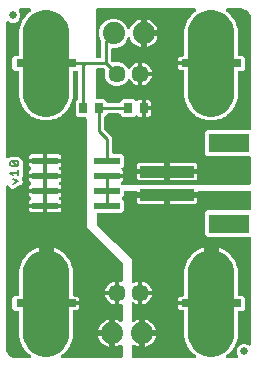
<source format=gbr>
G04 EAGLE Gerber RS-274X export*
G75*
%MOMM*%
%FSLAX34Y34*%
%LPD*%
%INTop Copper*%
%IPPOS*%
%AMOC8*
5,1,8,0,0,1.08239X$1,22.5*%
G01*
%ADD10C,0.127000*%
%ADD11R,4.600000X1.000000*%
%ADD12R,3.400000X1.600000*%
%ADD13C,1.447800*%
%ADD14C,3.810000*%
%ADD15R,1.270000X0.635000*%
%ADD16R,0.700000X0.900000*%
%ADD17R,2.209800X0.609600*%
%ADD18C,1.879600*%
%ADD19C,0.635000*%
%ADD20C,0.254000*%
%ADD21C,1.270000*%

G36*
X24418Y4319D02*
X24418Y4319D01*
X24422Y4319D01*
X24575Y4339D01*
X24730Y4359D01*
X24733Y4360D01*
X24738Y4361D01*
X24882Y4419D01*
X25025Y4476D01*
X25029Y4478D01*
X25032Y4480D01*
X25158Y4572D01*
X25283Y4662D01*
X25285Y4666D01*
X25289Y4668D01*
X25385Y4786D01*
X25485Y4907D01*
X25487Y4911D01*
X25490Y4914D01*
X25555Y5056D01*
X25621Y5195D01*
X25622Y5199D01*
X25624Y5203D01*
X25652Y5358D01*
X25681Y5507D01*
X25681Y5512D01*
X25681Y5516D01*
X25671Y5672D01*
X25661Y5825D01*
X25660Y5829D01*
X25659Y5833D01*
X25610Y5981D01*
X25563Y6127D01*
X25561Y6131D01*
X25559Y6135D01*
X25475Y6266D01*
X25393Y6396D01*
X25390Y6399D01*
X25388Y6402D01*
X25274Y6507D01*
X25161Y6614D01*
X25158Y6616D01*
X25155Y6619D01*
X25018Y6704D01*
X24575Y6944D01*
X24561Y6994D01*
X24516Y7072D01*
X24479Y7155D01*
X24437Y7209D01*
X24402Y7269D01*
X24339Y7334D01*
X24283Y7405D01*
X24228Y7447D01*
X24180Y7496D01*
X24102Y7543D01*
X24030Y7599D01*
X23967Y7625D01*
X23908Y7661D01*
X23821Y7687D01*
X23738Y7723D01*
X23669Y7733D01*
X23604Y7753D01*
X23526Y7761D01*
X22766Y8588D01*
X22747Y8603D01*
X22732Y8623D01*
X22611Y8730D01*
X21722Y9422D01*
X21716Y9473D01*
X21685Y9558D01*
X21662Y9646D01*
X21629Y9706D01*
X21605Y9771D01*
X21553Y9845D01*
X21509Y9925D01*
X21462Y9975D01*
X21423Y10032D01*
X21354Y10091D01*
X21292Y10157D01*
X21234Y10194D01*
X21182Y10239D01*
X21100Y10279D01*
X21024Y10328D01*
X20959Y10349D01*
X20897Y10380D01*
X20822Y10401D01*
X20207Y11341D01*
X20192Y11359D01*
X20180Y11381D01*
X20111Y11467D01*
X20107Y11473D01*
X20102Y11478D01*
X20079Y11506D01*
X19315Y12336D01*
X19318Y12387D01*
X19301Y12476D01*
X19293Y12566D01*
X19271Y12631D01*
X19257Y12699D01*
X19218Y12781D01*
X19189Y12867D01*
X19150Y12924D01*
X19121Y12986D01*
X19063Y13056D01*
X19012Y13131D01*
X18961Y13178D01*
X18917Y13230D01*
X18844Y13284D01*
X18776Y13344D01*
X18715Y13376D01*
X18659Y13416D01*
X18588Y13449D01*
X18137Y14478D01*
X18125Y14499D01*
X18117Y14522D01*
X18038Y14662D01*
X17421Y15606D01*
X17433Y15656D01*
X17430Y15746D01*
X17437Y15837D01*
X17426Y15905D01*
X17424Y15974D01*
X17399Y16061D01*
X17384Y16150D01*
X17355Y16213D01*
X17336Y16279D01*
X17291Y16358D01*
X17253Y16440D01*
X17211Y16494D01*
X17176Y16554D01*
X17112Y16618D01*
X17055Y16689D01*
X17000Y16731D01*
X16952Y16780D01*
X16888Y16824D01*
X16612Y17912D01*
X16603Y17935D01*
X16599Y17959D01*
X16544Y18111D01*
X16091Y19143D01*
X16111Y19190D01*
X16123Y19280D01*
X16145Y19368D01*
X16145Y19437D01*
X16154Y19505D01*
X16144Y19596D01*
X16144Y19686D01*
X16126Y19753D01*
X16118Y19821D01*
X16086Y19906D01*
X16063Y19994D01*
X16030Y20054D01*
X16005Y20118D01*
X15953Y20192D01*
X15909Y20272D01*
X15861Y20322D01*
X15821Y20378D01*
X15765Y20432D01*
X15673Y21551D01*
X15667Y21575D01*
X15668Y21600D01*
X15638Y21758D01*
X15354Y22880D01*
X15358Y22897D01*
X15373Y22932D01*
X15392Y23052D01*
X15419Y23170D01*
X15418Y23208D01*
X15424Y23246D01*
X15413Y23366D01*
X15409Y23488D01*
X15399Y23524D01*
X15395Y23562D01*
X15366Y23643D01*
X15366Y25195D01*
X15364Y25217D01*
X15362Y25300D01*
X15247Y26686D01*
X15254Y26706D01*
X15277Y26747D01*
X15305Y26856D01*
X15341Y26963D01*
X15344Y27010D01*
X15356Y27055D01*
X15366Y27216D01*
X15366Y43307D01*
X15351Y43425D01*
X15344Y43544D01*
X15331Y43582D01*
X15326Y43623D01*
X15283Y43733D01*
X15246Y43846D01*
X15224Y43881D01*
X15209Y43918D01*
X15140Y44014D01*
X15076Y44115D01*
X15046Y44143D01*
X15023Y44176D01*
X14931Y44252D01*
X14844Y44333D01*
X14809Y44353D01*
X14778Y44378D01*
X14670Y44429D01*
X14566Y44487D01*
X14526Y44497D01*
X14490Y44514D01*
X14373Y44536D01*
X14258Y44566D01*
X14198Y44570D01*
X14178Y44574D01*
X14157Y44572D01*
X14097Y44576D01*
X11437Y44576D01*
X9651Y46362D01*
X9651Y55238D01*
X11437Y57024D01*
X14097Y57024D01*
X14215Y57039D01*
X14334Y57046D01*
X14372Y57059D01*
X14413Y57064D01*
X14523Y57107D01*
X14636Y57144D01*
X14671Y57166D01*
X14708Y57181D01*
X14804Y57250D01*
X14905Y57314D01*
X14933Y57344D01*
X14966Y57367D01*
X15042Y57459D01*
X15123Y57546D01*
X15143Y57581D01*
X15168Y57612D01*
X15219Y57720D01*
X15277Y57824D01*
X15287Y57864D01*
X15304Y57900D01*
X15326Y58017D01*
X15356Y58132D01*
X15360Y58192D01*
X15364Y58212D01*
X15362Y58233D01*
X15366Y58293D01*
X15366Y74384D01*
X15360Y74431D01*
X15363Y74477D01*
X15341Y74588D01*
X15326Y74700D01*
X15309Y74743D01*
X15300Y74789D01*
X15251Y74891D01*
X15246Y74903D01*
X15362Y76300D01*
X15361Y76322D01*
X15366Y76405D01*
X15366Y77937D01*
X15374Y77955D01*
X15393Y78075D01*
X15419Y78193D01*
X15418Y78232D01*
X15424Y78269D01*
X15413Y78390D01*
X15409Y78511D01*
X15398Y78548D01*
X15394Y78586D01*
X15353Y78700D01*
X15351Y78708D01*
X15638Y79842D01*
X15641Y79866D01*
X15649Y79889D01*
X15673Y80049D01*
X15766Y81172D01*
X15805Y81205D01*
X15859Y81278D01*
X15921Y81345D01*
X15953Y81405D01*
X15994Y81461D01*
X16028Y81545D01*
X16071Y81625D01*
X16087Y81692D01*
X16113Y81756D01*
X16125Y81846D01*
X16146Y81934D01*
X16145Y82003D01*
X16154Y82071D01*
X16144Y82161D01*
X16143Y82252D01*
X16125Y82318D01*
X16116Y82387D01*
X16093Y82461D01*
X16544Y83489D01*
X16551Y83513D01*
X16563Y83534D01*
X16612Y83688D01*
X16889Y84780D01*
X16933Y84806D01*
X16998Y84869D01*
X17070Y84925D01*
X17112Y84980D01*
X17161Y85028D01*
X17208Y85105D01*
X17264Y85177D01*
X17291Y85240D01*
X17327Y85299D01*
X17354Y85386D01*
X17389Y85469D01*
X17400Y85537D01*
X17420Y85603D01*
X17424Y85694D01*
X17438Y85783D01*
X17431Y85852D01*
X17435Y85921D01*
X17424Y85998D01*
X18038Y86938D01*
X18048Y86960D01*
X18064Y86979D01*
X18137Y87122D01*
X18590Y88155D01*
X18638Y88172D01*
X18713Y88224D01*
X18793Y88267D01*
X18843Y88314D01*
X18900Y88354D01*
X18959Y88422D01*
X19026Y88484D01*
X19063Y88542D01*
X19108Y88594D01*
X19148Y88675D01*
X19197Y88752D01*
X19219Y88817D01*
X19250Y88879D01*
X19269Y88967D01*
X19297Y89054D01*
X19302Y89122D01*
X19316Y89190D01*
X19318Y89268D01*
X20079Y90094D01*
X20093Y90114D01*
X20111Y90130D01*
X20207Y90259D01*
X20824Y91203D01*
X20874Y91212D01*
X20956Y91251D01*
X21042Y91281D01*
X21100Y91319D01*
X21162Y91348D01*
X21232Y91406D01*
X21308Y91456D01*
X21354Y91507D01*
X21407Y91551D01*
X21460Y91624D01*
X21521Y91692D01*
X21553Y91753D01*
X21594Y91808D01*
X21627Y91893D01*
X21669Y91973D01*
X21685Y92040D01*
X21711Y92104D01*
X21725Y92181D01*
X22611Y92870D01*
X22629Y92888D01*
X22649Y92901D01*
X22766Y93012D01*
X23529Y93842D01*
X23580Y93843D01*
X23668Y93868D01*
X23757Y93883D01*
X23820Y93911D01*
X23886Y93929D01*
X23965Y93975D01*
X24048Y94012D01*
X24102Y94055D01*
X24161Y94089D01*
X24226Y94153D01*
X24297Y94209D01*
X24339Y94264D01*
X24388Y94312D01*
X24435Y94390D01*
X24490Y94462D01*
X24516Y94526D01*
X24552Y94585D01*
X24579Y94658D01*
X25566Y95192D01*
X25586Y95207D01*
X25609Y95216D01*
X25742Y95307D01*
X26631Y95999D01*
X26682Y95992D01*
X26772Y96002D01*
X26863Y96002D01*
X26930Y96020D01*
X26998Y96027D01*
X27083Y96059D01*
X27171Y96082D01*
X27232Y96115D01*
X27296Y96139D01*
X27370Y96192D01*
X27450Y96235D01*
X27500Y96283D01*
X27556Y96322D01*
X27615Y96391D01*
X27681Y96453D01*
X27718Y96512D01*
X27763Y96564D01*
X27801Y96632D01*
X28863Y96996D01*
X28885Y97007D01*
X28909Y97013D01*
X29055Y97081D01*
X30047Y97617D01*
X30096Y97602D01*
X30186Y97597D01*
X30276Y97582D01*
X30344Y97588D01*
X30413Y97584D01*
X30502Y97602D01*
X30593Y97609D01*
X30658Y97632D01*
X30725Y97646D01*
X30807Y97685D01*
X30893Y97715D01*
X30950Y97753D01*
X31012Y97783D01*
X31081Y97842D01*
X31157Y97892D01*
X31203Y97943D01*
X31256Y97988D01*
X31305Y98048D01*
X32412Y98233D01*
X32436Y98240D01*
X32460Y98242D01*
X32616Y98284D01*
X33682Y98650D01*
X33727Y98627D01*
X33816Y98607D01*
X33902Y98578D01*
X33971Y98573D01*
X34038Y98557D01*
X34128Y98560D01*
X34219Y98553D01*
X34287Y98565D01*
X34356Y98567D01*
X34443Y98592D01*
X34532Y98608D01*
X34595Y98636D01*
X34661Y98656D01*
X34739Y98702D01*
X34822Y98739D01*
X34876Y98782D01*
X34935Y98817D01*
X34994Y98869D01*
X36116Y98869D01*
X36141Y98872D01*
X36165Y98870D01*
X36325Y98886D01*
X37437Y99072D01*
X37478Y99041D01*
X37563Y99007D01*
X37642Y98964D01*
X37709Y98947D01*
X37773Y98921D01*
X37863Y98909D01*
X37951Y98887D01*
X38020Y98888D01*
X38088Y98878D01*
X38178Y98889D01*
X38269Y98890D01*
X38336Y98907D01*
X38404Y98915D01*
X38489Y98948D01*
X38576Y98971D01*
X38637Y99005D01*
X38701Y99030D01*
X38767Y99071D01*
X39875Y98886D01*
X39899Y98885D01*
X39923Y98879D01*
X40084Y98869D01*
X41211Y98869D01*
X41246Y98832D01*
X41324Y98784D01*
X41395Y98729D01*
X41459Y98701D01*
X41517Y98665D01*
X41604Y98638D01*
X41687Y98602D01*
X41755Y98591D01*
X41821Y98571D01*
X41912Y98567D01*
X42001Y98552D01*
X42070Y98559D01*
X42139Y98555D01*
X42228Y98574D01*
X42318Y98582D01*
X42383Y98605D01*
X42450Y98619D01*
X42522Y98649D01*
X43584Y98284D01*
X43608Y98279D01*
X43631Y98270D01*
X43788Y98233D01*
X44899Y98047D01*
X44929Y98005D01*
X44997Y97946D01*
X45059Y97879D01*
X45116Y97842D01*
X45168Y97796D01*
X45249Y97756D01*
X45326Y97706D01*
X45391Y97684D01*
X45453Y97653D01*
X45541Y97634D01*
X45627Y97605D01*
X45696Y97600D01*
X45763Y97586D01*
X45854Y97589D01*
X45944Y97583D01*
X46012Y97595D01*
X46081Y97598D01*
X46157Y97615D01*
X47145Y97081D01*
X47167Y97072D01*
X47188Y97058D01*
X47337Y96996D01*
X48403Y96630D01*
X48424Y96584D01*
X48482Y96514D01*
X48532Y96438D01*
X48583Y96392D01*
X48627Y96338D01*
X48700Y96285D01*
X48767Y96224D01*
X48828Y96191D01*
X48883Y96151D01*
X48968Y96117D01*
X49048Y96075D01*
X49115Y96058D01*
X49179Y96033D01*
X49269Y96021D01*
X49357Y96000D01*
X49426Y96001D01*
X49494Y95992D01*
X49572Y95997D01*
X50458Y95307D01*
X50479Y95295D01*
X50497Y95278D01*
X50634Y95192D01*
X51625Y94656D01*
X51639Y94606D01*
X51684Y94528D01*
X51721Y94445D01*
X51763Y94391D01*
X51798Y94331D01*
X51861Y94266D01*
X51917Y94195D01*
X51972Y94153D01*
X52020Y94104D01*
X52098Y94057D01*
X52170Y94002D01*
X52233Y93975D01*
X52292Y93939D01*
X52379Y93913D01*
X52462Y93877D01*
X52530Y93867D01*
X52596Y93847D01*
X52674Y93839D01*
X53434Y93012D01*
X53453Y92997D01*
X53468Y92977D01*
X53589Y92870D01*
X54478Y92178D01*
X54484Y92127D01*
X54515Y92042D01*
X54538Y91954D01*
X54571Y91894D01*
X54595Y91829D01*
X54647Y91755D01*
X54691Y91675D01*
X54738Y91625D01*
X54777Y91568D01*
X54846Y91509D01*
X54908Y91443D01*
X54966Y91406D01*
X55018Y91361D01*
X55100Y91321D01*
X55176Y91272D01*
X55241Y91251D01*
X55303Y91220D01*
X55378Y91199D01*
X55993Y90259D01*
X56008Y90241D01*
X56020Y90219D01*
X56121Y90094D01*
X56885Y89264D01*
X56882Y89213D01*
X56899Y89124D01*
X56907Y89034D01*
X56929Y88969D01*
X56943Y88901D01*
X56982Y88819D01*
X57011Y88733D01*
X57050Y88676D01*
X57079Y88614D01*
X57137Y88544D01*
X57188Y88469D01*
X57239Y88422D01*
X57283Y88370D01*
X57356Y88316D01*
X57424Y88256D01*
X57485Y88224D01*
X57541Y88184D01*
X57612Y88151D01*
X58063Y87122D01*
X58075Y87101D01*
X58083Y87078D01*
X58162Y86938D01*
X58779Y85994D01*
X58767Y85944D01*
X58770Y85854D01*
X58763Y85763D01*
X58774Y85695D01*
X58776Y85626D01*
X58801Y85539D01*
X58816Y85450D01*
X58845Y85387D01*
X58864Y85321D01*
X58909Y85242D01*
X58946Y85160D01*
X58989Y85106D01*
X59024Y85046D01*
X59088Y84982D01*
X59145Y84911D01*
X59200Y84869D01*
X59248Y84820D01*
X59312Y84776D01*
X59588Y83688D01*
X59597Y83665D01*
X59601Y83641D01*
X59656Y83489D01*
X60109Y82457D01*
X60089Y82410D01*
X60077Y82320D01*
X60055Y82232D01*
X60055Y82163D01*
X60046Y82095D01*
X60056Y82004D01*
X60056Y81914D01*
X60074Y81847D01*
X60082Y81779D01*
X60114Y81694D01*
X60137Y81606D01*
X60170Y81546D01*
X60195Y81481D01*
X60247Y81407D01*
X60291Y81328D01*
X60339Y81278D01*
X60379Y81222D01*
X60435Y81168D01*
X60527Y80049D01*
X60533Y80025D01*
X60532Y80000D01*
X60562Y79842D01*
X60846Y78720D01*
X60842Y78703D01*
X60827Y78668D01*
X60808Y78548D01*
X60781Y78430D01*
X60782Y78392D01*
X60776Y78354D01*
X60787Y78234D01*
X60791Y78112D01*
X60801Y78076D01*
X60805Y78038D01*
X60834Y77957D01*
X60834Y76405D01*
X60836Y76383D01*
X60838Y76300D01*
X60953Y74914D01*
X60946Y74894D01*
X60923Y74853D01*
X60895Y74744D01*
X60859Y74637D01*
X60856Y74590D01*
X60844Y74545D01*
X60834Y74384D01*
X60834Y57785D01*
X60849Y57667D01*
X60856Y57548D01*
X60869Y57510D01*
X60874Y57469D01*
X60917Y57359D01*
X60954Y57246D01*
X60976Y57211D01*
X60991Y57174D01*
X61060Y57078D01*
X61124Y56977D01*
X61154Y56949D01*
X61177Y56916D01*
X61269Y56840D01*
X61356Y56759D01*
X61391Y56739D01*
X61422Y56714D01*
X61530Y56663D01*
X61634Y56605D01*
X61674Y56595D01*
X61710Y56578D01*
X61827Y56556D01*
X61942Y56526D01*
X62002Y56522D01*
X62022Y56518D01*
X62043Y56520D01*
X62103Y56516D01*
X63834Y56516D01*
X64481Y56343D01*
X65060Y56008D01*
X65533Y55535D01*
X65868Y54956D01*
X66041Y54309D01*
X66041Y52387D01*
X62103Y52387D01*
X61985Y52372D01*
X61866Y52364D01*
X61828Y52352D01*
X61787Y52347D01*
X61677Y52303D01*
X61564Y52266D01*
X61529Y52245D01*
X61492Y52230D01*
X61396Y52160D01*
X61295Y52096D01*
X61267Y52067D01*
X61234Y52043D01*
X61158Y51951D01*
X61077Y51865D01*
X61057Y51829D01*
X61032Y51798D01*
X60981Y51690D01*
X60923Y51586D01*
X60913Y51547D01*
X60896Y51510D01*
X60874Y51394D01*
X60844Y51278D01*
X60840Y51218D01*
X60836Y51198D01*
X60838Y51178D01*
X60834Y51118D01*
X60834Y50482D01*
X60849Y50364D01*
X60856Y50246D01*
X60869Y50207D01*
X60874Y50167D01*
X60917Y50056D01*
X60954Y49943D01*
X60976Y49909D01*
X60991Y49871D01*
X61060Y49775D01*
X61124Y49674D01*
X61154Y49647D01*
X61177Y49614D01*
X61269Y49538D01*
X61356Y49456D01*
X61391Y49437D01*
X61422Y49411D01*
X61530Y49360D01*
X61634Y49303D01*
X61674Y49293D01*
X61710Y49276D01*
X61827Y49253D01*
X61942Y49223D01*
X62002Y49220D01*
X62022Y49216D01*
X62043Y49217D01*
X62103Y49213D01*
X66041Y49213D01*
X66041Y47291D01*
X65868Y46644D01*
X65533Y46065D01*
X65060Y45592D01*
X64481Y45257D01*
X63834Y45084D01*
X62103Y45084D01*
X61985Y45069D01*
X61866Y45062D01*
X61828Y45049D01*
X61787Y45044D01*
X61677Y45001D01*
X61564Y44964D01*
X61529Y44942D01*
X61492Y44927D01*
X61396Y44858D01*
X61295Y44794D01*
X61267Y44764D01*
X61234Y44741D01*
X61158Y44649D01*
X61077Y44562D01*
X61057Y44527D01*
X61032Y44496D01*
X60981Y44388D01*
X60923Y44284D01*
X60913Y44244D01*
X60896Y44208D01*
X60874Y44091D01*
X60844Y43976D01*
X60840Y43916D01*
X60836Y43896D01*
X60838Y43875D01*
X60834Y43815D01*
X60834Y27216D01*
X60840Y27169D01*
X60837Y27123D01*
X60859Y27012D01*
X60874Y26900D01*
X60891Y26857D01*
X60900Y26811D01*
X60949Y26709D01*
X60954Y26697D01*
X60838Y25300D01*
X60839Y25278D01*
X60834Y25195D01*
X60834Y23663D01*
X60826Y23645D01*
X60807Y23525D01*
X60781Y23407D01*
X60782Y23368D01*
X60776Y23331D01*
X60787Y23210D01*
X60791Y23089D01*
X60802Y23052D01*
X60806Y23014D01*
X60847Y22900D01*
X60849Y22892D01*
X60562Y21758D01*
X60559Y21734D01*
X60551Y21711D01*
X60527Y21551D01*
X60434Y20428D01*
X60395Y20395D01*
X60341Y20322D01*
X60280Y20255D01*
X60247Y20195D01*
X60206Y20139D01*
X60172Y20055D01*
X60129Y19975D01*
X60113Y19908D01*
X60087Y19844D01*
X60075Y19754D01*
X60054Y19666D01*
X60055Y19597D01*
X60046Y19529D01*
X60056Y19439D01*
X60057Y19348D01*
X60075Y19282D01*
X60083Y19213D01*
X60107Y19139D01*
X59656Y18111D01*
X59649Y18087D01*
X59637Y18066D01*
X59588Y17912D01*
X59311Y16820D01*
X59267Y16794D01*
X59202Y16731D01*
X59130Y16675D01*
X59088Y16620D01*
X59039Y16572D01*
X58991Y16495D01*
X58936Y16423D01*
X58909Y16360D01*
X58873Y16301D01*
X58846Y16214D01*
X58811Y16131D01*
X58800Y16063D01*
X58780Y15997D01*
X58776Y15906D01*
X58762Y15817D01*
X58768Y15748D01*
X58765Y15679D01*
X58776Y15602D01*
X58162Y14662D01*
X58152Y14640D01*
X58136Y14621D01*
X58063Y14478D01*
X57610Y13445D01*
X57562Y13428D01*
X57487Y13376D01*
X57407Y13333D01*
X57357Y13286D01*
X57300Y13246D01*
X57241Y13178D01*
X57174Y13116D01*
X57137Y13058D01*
X57092Y13006D01*
X57052Y12925D01*
X57003Y12848D01*
X56981Y12783D01*
X56950Y12721D01*
X56931Y12633D01*
X56903Y12546D01*
X56898Y12478D01*
X56884Y12410D01*
X56882Y12332D01*
X56121Y11506D01*
X56107Y11486D01*
X56089Y11470D01*
X55993Y11341D01*
X55376Y10397D01*
X55326Y10388D01*
X55244Y10349D01*
X55158Y10319D01*
X55100Y10281D01*
X55038Y10252D01*
X54968Y10194D01*
X54892Y10144D01*
X54846Y10093D01*
X54793Y10049D01*
X54740Y9976D01*
X54679Y9908D01*
X54647Y9847D01*
X54606Y9792D01*
X54573Y9707D01*
X54531Y9627D01*
X54515Y9560D01*
X54489Y9496D01*
X54475Y9419D01*
X53589Y8730D01*
X53571Y8712D01*
X53551Y8699D01*
X53434Y8588D01*
X52671Y7758D01*
X52620Y7757D01*
X52532Y7732D01*
X52443Y7717D01*
X52380Y7689D01*
X52314Y7671D01*
X52235Y7625D01*
X52152Y7588D01*
X52098Y7545D01*
X52039Y7511D01*
X51974Y7447D01*
X51903Y7391D01*
X51861Y7336D01*
X51812Y7288D01*
X51765Y7210D01*
X51710Y7138D01*
X51684Y7074D01*
X51648Y7015D01*
X51621Y6942D01*
X51182Y6704D01*
X51179Y6702D01*
X51175Y6700D01*
X51049Y6609D01*
X50923Y6519D01*
X50921Y6516D01*
X50917Y6514D01*
X50818Y6394D01*
X50719Y6275D01*
X50717Y6272D01*
X50715Y6269D01*
X50649Y6130D01*
X50582Y5989D01*
X50581Y5984D01*
X50579Y5981D01*
X50550Y5827D01*
X50520Y5677D01*
X50520Y5672D01*
X50519Y5668D01*
X50529Y5515D01*
X50537Y5359D01*
X50539Y5355D01*
X50539Y5351D01*
X50587Y5203D01*
X50634Y5056D01*
X50636Y5052D01*
X50637Y5049D01*
X50720Y4918D01*
X50802Y4786D01*
X50805Y4783D01*
X50807Y4780D01*
X50920Y4674D01*
X51032Y4567D01*
X51036Y4565D01*
X51039Y4562D01*
X51175Y4487D01*
X51310Y4411D01*
X51314Y4410D01*
X51317Y4408D01*
X51467Y4370D01*
X51617Y4330D01*
X51621Y4330D01*
X51625Y4329D01*
X51786Y4319D01*
X101600Y4319D01*
X101718Y4334D01*
X101837Y4341D01*
X101875Y4354D01*
X101916Y4359D01*
X102026Y4402D01*
X102139Y4439D01*
X102174Y4461D01*
X102211Y4476D01*
X102307Y4545D01*
X102408Y4609D01*
X102436Y4639D01*
X102469Y4662D01*
X102545Y4754D01*
X102626Y4841D01*
X102646Y4876D01*
X102671Y4907D01*
X102722Y5015D01*
X102780Y5119D01*
X102790Y5159D01*
X102807Y5195D01*
X102829Y5312D01*
X102859Y5427D01*
X102863Y5487D01*
X102867Y5507D01*
X102865Y5528D01*
X102869Y5588D01*
X102869Y14610D01*
X102864Y14650D01*
X102867Y14689D01*
X102844Y14807D01*
X102829Y14926D01*
X102815Y14963D01*
X102807Y15002D01*
X102756Y15110D01*
X102712Y15222D01*
X102689Y15254D01*
X102672Y15290D01*
X102596Y15382D01*
X102526Y15479D01*
X102495Y15504D01*
X102470Y15535D01*
X102373Y15605D01*
X102281Y15682D01*
X102245Y15699D01*
X102212Y15722D01*
X102101Y15766D01*
X101993Y15817D01*
X101954Y15825D01*
X101917Y15839D01*
X101798Y15855D01*
X101681Y15877D01*
X101641Y15875D01*
X101601Y15880D01*
X101482Y15865D01*
X101363Y15857D01*
X101325Y15845D01*
X101286Y15840D01*
X101174Y15796D01*
X101061Y15759D01*
X101027Y15738D01*
X100990Y15723D01*
X100854Y15637D01*
X100237Y15189D01*
X98563Y14336D01*
X96776Y13755D01*
X96519Y13715D01*
X96519Y24130D01*
X96504Y24248D01*
X96497Y24367D01*
X96484Y24405D01*
X96479Y24445D01*
X96436Y24556D01*
X96399Y24669D01*
X96377Y24703D01*
X96362Y24741D01*
X96292Y24837D01*
X96229Y24938D01*
X96199Y24966D01*
X96175Y24998D01*
X96084Y25074D01*
X95997Y25156D01*
X95962Y25175D01*
X95931Y25201D01*
X95823Y25252D01*
X95719Y25309D01*
X95679Y25320D01*
X95643Y25337D01*
X95526Y25359D01*
X95411Y25389D01*
X95350Y25393D01*
X95330Y25397D01*
X95310Y25395D01*
X95250Y25399D01*
X93979Y25399D01*
X93979Y25401D01*
X95250Y25401D01*
X95368Y25416D01*
X95487Y25423D01*
X95525Y25436D01*
X95565Y25441D01*
X95676Y25485D01*
X95789Y25521D01*
X95824Y25543D01*
X95861Y25558D01*
X95957Y25628D01*
X96058Y25691D01*
X96086Y25721D01*
X96119Y25745D01*
X96194Y25836D01*
X96276Y25923D01*
X96296Y25958D01*
X96321Y25990D01*
X96372Y26097D01*
X96430Y26202D01*
X96440Y26241D01*
X96457Y26277D01*
X96479Y26394D01*
X96509Y26509D01*
X96513Y26570D01*
X96517Y26590D01*
X96515Y26610D01*
X96519Y26670D01*
X96519Y37085D01*
X96776Y37045D01*
X98563Y36464D01*
X100237Y35611D01*
X100854Y35163D01*
X100889Y35144D01*
X100919Y35118D01*
X101028Y35067D01*
X101133Y35010D01*
X101171Y35000D01*
X101207Y34983D01*
X101324Y34960D01*
X101441Y34930D01*
X101481Y34930D01*
X101520Y34923D01*
X101639Y34930D01*
X101759Y34930D01*
X101797Y34940D01*
X101837Y34943D01*
X101951Y34980D01*
X102067Y35009D01*
X102102Y35029D01*
X102139Y35041D01*
X102241Y35105D01*
X102346Y35162D01*
X102375Y35190D01*
X102408Y35211D01*
X102490Y35298D01*
X102577Y35380D01*
X102599Y35414D01*
X102626Y35443D01*
X102684Y35548D01*
X102748Y35648D01*
X102760Y35686D01*
X102780Y35721D01*
X102809Y35837D01*
X102847Y35951D01*
X102849Y35991D01*
X102859Y36029D01*
X102869Y36190D01*
X102869Y49258D01*
X102850Y49410D01*
X102830Y49573D01*
X102829Y49574D01*
X102771Y49722D01*
X102713Y49869D01*
X102712Y49870D01*
X102622Y49994D01*
X102526Y50126D01*
X102526Y50127D01*
X102397Y50233D01*
X102281Y50329D01*
X102281Y50330D01*
X102147Y50393D01*
X101993Y50465D01*
X101863Y50490D01*
X101681Y50525D01*
X101537Y50516D01*
X101364Y50505D01*
X101363Y50505D01*
X101208Y50466D01*
X100240Y50151D01*
X99699Y50065D01*
X99699Y59210D01*
X99684Y59328D01*
X99677Y59447D01*
X99664Y59485D01*
X99659Y59525D01*
X99616Y59636D01*
X99600Y59684D01*
X99610Y59702D01*
X99620Y59741D01*
X99637Y59777D01*
X99659Y59894D01*
X99689Y60010D01*
X99693Y60070D01*
X99697Y60090D01*
X99695Y60110D01*
X99699Y60170D01*
X99699Y69315D01*
X100240Y69229D01*
X101208Y68914D01*
X101403Y68877D01*
X101520Y68855D01*
X101693Y68866D01*
X101837Y68875D01*
X101838Y68875D01*
X101978Y68921D01*
X102139Y68973D01*
X102140Y68973D01*
X102278Y69061D01*
X102408Y69143D01*
X102409Y69143D01*
X102512Y69253D01*
X102626Y69374D01*
X102626Y69375D01*
X102695Y69499D01*
X102780Y69653D01*
X102780Y69654D01*
X102821Y69813D01*
X102859Y69961D01*
X102859Y69962D01*
X102869Y70122D01*
X102869Y85090D01*
X102855Y85202D01*
X102849Y85314D01*
X102835Y85359D01*
X102829Y85406D01*
X102788Y85510D01*
X102755Y85617D01*
X102730Y85658D01*
X102712Y85701D01*
X102646Y85792D01*
X102587Y85888D01*
X102538Y85941D01*
X102526Y85959D01*
X102511Y85970D01*
X102478Y86006D01*
X72389Y114842D01*
X72389Y207082D01*
X72374Y207200D01*
X72367Y207319D01*
X72354Y207357D01*
X72349Y207398D01*
X72306Y207508D01*
X72269Y207621D01*
X72247Y207656D01*
X72232Y207693D01*
X72163Y207789D01*
X72099Y207890D01*
X72069Y207918D01*
X72046Y207951D01*
X71954Y208027D01*
X71867Y208108D01*
X71832Y208128D01*
X71801Y208153D01*
X71693Y208204D01*
X71589Y208262D01*
X71549Y208272D01*
X71513Y208289D01*
X71396Y208311D01*
X71281Y208341D01*
X71221Y208345D01*
X71201Y208349D01*
X71180Y208347D01*
X71120Y208351D01*
X64937Y208351D01*
X63151Y210137D01*
X63151Y221663D01*
X65010Y223521D01*
X65070Y223599D01*
X65138Y223671D01*
X65167Y223724D01*
X65204Y223772D01*
X65244Y223863D01*
X65292Y223950D01*
X65307Y224009D01*
X65331Y224064D01*
X65346Y224162D01*
X65371Y224258D01*
X65377Y224358D01*
X65381Y224378D01*
X65379Y224391D01*
X65381Y224419D01*
X65381Y246507D01*
X65366Y246625D01*
X65359Y246744D01*
X65346Y246782D01*
X65341Y246823D01*
X65298Y246933D01*
X65261Y247046D01*
X65239Y247081D01*
X65224Y247118D01*
X65155Y247214D01*
X65091Y247315D01*
X65061Y247343D01*
X65038Y247376D01*
X64946Y247452D01*
X64859Y247533D01*
X64824Y247553D01*
X64793Y247578D01*
X64685Y247629D01*
X64581Y247687D01*
X64541Y247697D01*
X64505Y247714D01*
X64388Y247736D01*
X64273Y247766D01*
X64213Y247770D01*
X64193Y247774D01*
X64172Y247772D01*
X64112Y247776D01*
X62103Y247776D01*
X61985Y247761D01*
X61866Y247754D01*
X61828Y247741D01*
X61787Y247736D01*
X61677Y247693D01*
X61564Y247656D01*
X61529Y247634D01*
X61492Y247619D01*
X61396Y247550D01*
X61295Y247486D01*
X61267Y247456D01*
X61234Y247433D01*
X61158Y247341D01*
X61077Y247254D01*
X61057Y247219D01*
X61032Y247188D01*
X60981Y247080D01*
X60923Y246976D01*
X60913Y246936D01*
X60896Y246900D01*
X60874Y246783D01*
X60844Y246668D01*
X60840Y246608D01*
X60836Y246588D01*
X60838Y246567D01*
X60834Y246507D01*
X60834Y230416D01*
X60840Y230369D01*
X60837Y230323D01*
X60859Y230212D01*
X60874Y230100D01*
X60891Y230057D01*
X60900Y230011D01*
X60949Y229909D01*
X60954Y229897D01*
X60838Y228500D01*
X60839Y228478D01*
X60834Y228395D01*
X60834Y226863D01*
X60826Y226845D01*
X60807Y226725D01*
X60781Y226607D01*
X60782Y226568D01*
X60776Y226531D01*
X60787Y226410D01*
X60791Y226289D01*
X60802Y226252D01*
X60806Y226214D01*
X60847Y226100D01*
X60849Y226092D01*
X60562Y224958D01*
X60559Y224934D01*
X60551Y224911D01*
X60527Y224751D01*
X60434Y223628D01*
X60395Y223595D01*
X60341Y223522D01*
X60280Y223455D01*
X60247Y223395D01*
X60206Y223339D01*
X60172Y223255D01*
X60129Y223175D01*
X60113Y223108D01*
X60087Y223044D01*
X60075Y222954D01*
X60054Y222866D01*
X60055Y222797D01*
X60046Y222729D01*
X60056Y222639D01*
X60057Y222548D01*
X60075Y222482D01*
X60083Y222413D01*
X60107Y222339D01*
X59656Y221311D01*
X59649Y221287D01*
X59637Y221266D01*
X59588Y221112D01*
X59311Y220020D01*
X59267Y219994D01*
X59202Y219931D01*
X59130Y219875D01*
X59088Y219820D01*
X59039Y219772D01*
X58992Y219695D01*
X58936Y219623D01*
X58909Y219560D01*
X58873Y219501D01*
X58846Y219414D01*
X58811Y219331D01*
X58800Y219263D01*
X58780Y219197D01*
X58776Y219106D01*
X58762Y219017D01*
X58769Y218948D01*
X58765Y218879D01*
X58776Y218802D01*
X58162Y217862D01*
X58152Y217840D01*
X58136Y217821D01*
X58063Y217678D01*
X57610Y216645D01*
X57562Y216628D01*
X57487Y216576D01*
X57407Y216533D01*
X57357Y216486D01*
X57300Y216446D01*
X57241Y216378D01*
X57174Y216316D01*
X57137Y216258D01*
X57092Y216206D01*
X57052Y216125D01*
X57003Y216048D01*
X56981Y215983D01*
X56950Y215921D01*
X56931Y215833D01*
X56903Y215746D01*
X56898Y215678D01*
X56884Y215610D01*
X56882Y215532D01*
X56121Y214706D01*
X56107Y214686D01*
X56089Y214670D01*
X55993Y214541D01*
X55376Y213597D01*
X55326Y213588D01*
X55244Y213549D01*
X55158Y213519D01*
X55100Y213481D01*
X55038Y213452D01*
X54968Y213394D01*
X54892Y213344D01*
X54846Y213293D01*
X54793Y213249D01*
X54740Y213176D01*
X54679Y213108D01*
X54647Y213047D01*
X54606Y212992D01*
X54573Y212907D01*
X54531Y212827D01*
X54515Y212760D01*
X54489Y212696D01*
X54475Y212619D01*
X53589Y211930D01*
X53571Y211912D01*
X53551Y211899D01*
X53434Y211788D01*
X52671Y210958D01*
X52620Y210957D01*
X52532Y210932D01*
X52443Y210917D01*
X52380Y210889D01*
X52314Y210871D01*
X52235Y210825D01*
X52152Y210788D01*
X52098Y210746D01*
X52039Y210711D01*
X51974Y210647D01*
X51903Y210591D01*
X51861Y210536D01*
X51812Y210488D01*
X51765Y210410D01*
X51710Y210338D01*
X51684Y210274D01*
X51648Y210215D01*
X51621Y210142D01*
X50634Y209608D01*
X50614Y209593D01*
X50591Y209583D01*
X50458Y209493D01*
X49569Y208801D01*
X49518Y208808D01*
X49428Y208798D01*
X49337Y208798D01*
X49270Y208780D01*
X49202Y208773D01*
X49117Y208741D01*
X49029Y208718D01*
X48968Y208685D01*
X48904Y208661D01*
X48830Y208608D01*
X48750Y208565D01*
X48700Y208517D01*
X48644Y208478D01*
X48585Y208409D01*
X48519Y208347D01*
X48482Y208288D01*
X48437Y208236D01*
X48399Y208168D01*
X47337Y207804D01*
X47315Y207793D01*
X47291Y207787D01*
X47145Y207719D01*
X46153Y207183D01*
X46104Y207198D01*
X46014Y207203D01*
X45924Y207218D01*
X45856Y207212D01*
X45787Y207216D01*
X45698Y207198D01*
X45607Y207191D01*
X45542Y207168D01*
X45475Y207154D01*
X45393Y207115D01*
X45307Y207085D01*
X45250Y207047D01*
X45188Y207017D01*
X45119Y206958D01*
X45043Y206908D01*
X44997Y206857D01*
X44944Y206812D01*
X44895Y206752D01*
X43788Y206567D01*
X43764Y206560D01*
X43740Y206558D01*
X43584Y206516D01*
X42518Y206150D01*
X42473Y206173D01*
X42384Y206193D01*
X42298Y206222D01*
X42229Y206227D01*
X42162Y206243D01*
X42072Y206240D01*
X41981Y206247D01*
X41913Y206235D01*
X41844Y206233D01*
X41757Y206208D01*
X41668Y206192D01*
X41605Y206164D01*
X41539Y206144D01*
X41461Y206098D01*
X41378Y206061D01*
X41324Y206018D01*
X41265Y205983D01*
X41206Y205931D01*
X40084Y205931D01*
X40059Y205928D01*
X40035Y205930D01*
X39875Y205914D01*
X38763Y205728D01*
X38722Y205759D01*
X38638Y205793D01*
X38558Y205836D01*
X38491Y205853D01*
X38427Y205879D01*
X38337Y205891D01*
X38249Y205913D01*
X38180Y205912D01*
X38112Y205922D01*
X38022Y205911D01*
X37931Y205910D01*
X37864Y205893D01*
X37796Y205885D01*
X37711Y205852D01*
X37624Y205829D01*
X37563Y205795D01*
X37499Y205770D01*
X37433Y205729D01*
X36325Y205914D01*
X36301Y205915D01*
X36277Y205921D01*
X36116Y205931D01*
X34989Y205931D01*
X34954Y205968D01*
X34876Y206016D01*
X34805Y206071D01*
X34741Y206099D01*
X34683Y206135D01*
X34596Y206162D01*
X34513Y206198D01*
X34445Y206209D01*
X34379Y206229D01*
X34288Y206233D01*
X34199Y206248D01*
X34130Y206241D01*
X34061Y206245D01*
X33972Y206226D01*
X33882Y206218D01*
X33817Y206195D01*
X33750Y206181D01*
X33678Y206151D01*
X32616Y206516D01*
X32591Y206521D01*
X32569Y206530D01*
X32412Y206567D01*
X31301Y206753D01*
X31271Y206795D01*
X31203Y206854D01*
X31141Y206921D01*
X31084Y206958D01*
X31032Y207004D01*
X30951Y207044D01*
X30874Y207094D01*
X30809Y207116D01*
X30747Y207147D01*
X30659Y207166D01*
X30573Y207195D01*
X30504Y207200D01*
X30437Y207214D01*
X30346Y207211D01*
X30256Y207217D01*
X30188Y207205D01*
X30119Y207202D01*
X30043Y207185D01*
X29055Y207719D01*
X29033Y207728D01*
X29012Y207742D01*
X28863Y207804D01*
X27797Y208170D01*
X27776Y208216D01*
X27718Y208286D01*
X27668Y208362D01*
X27617Y208408D01*
X27573Y208462D01*
X27500Y208515D01*
X27433Y208576D01*
X27372Y208609D01*
X27317Y208649D01*
X27232Y208683D01*
X27152Y208725D01*
X27085Y208742D01*
X27021Y208767D01*
X26931Y208779D01*
X26843Y208800D01*
X26774Y208799D01*
X26706Y208808D01*
X26628Y208803D01*
X25742Y209493D01*
X25721Y209505D01*
X25703Y209522D01*
X25566Y209608D01*
X24575Y210144D01*
X24561Y210194D01*
X24516Y210272D01*
X24479Y210355D01*
X24437Y210409D01*
X24402Y210469D01*
X24339Y210534D01*
X24283Y210605D01*
X24228Y210647D01*
X24180Y210696D01*
X24102Y210743D01*
X24030Y210799D01*
X23967Y210825D01*
X23908Y210861D01*
X23821Y210887D01*
X23738Y210923D01*
X23669Y210933D01*
X23604Y210953D01*
X23526Y210961D01*
X22766Y211788D01*
X22747Y211803D01*
X22732Y211823D01*
X22611Y211930D01*
X21722Y212622D01*
X21716Y212673D01*
X21685Y212758D01*
X21662Y212846D01*
X21629Y212906D01*
X21605Y212971D01*
X21553Y213045D01*
X21509Y213125D01*
X21462Y213175D01*
X21423Y213232D01*
X21354Y213291D01*
X21292Y213357D01*
X21234Y213394D01*
X21182Y213439D01*
X21100Y213479D01*
X21024Y213528D01*
X20959Y213549D01*
X20897Y213580D01*
X20822Y213601D01*
X20207Y214541D01*
X20192Y214559D01*
X20180Y214581D01*
X20079Y214706D01*
X19315Y215536D01*
X19318Y215587D01*
X19301Y215676D01*
X19293Y215766D01*
X19271Y215831D01*
X19257Y215899D01*
X19218Y215981D01*
X19189Y216067D01*
X19150Y216124D01*
X19121Y216186D01*
X19063Y216256D01*
X19012Y216331D01*
X18961Y216378D01*
X18917Y216430D01*
X18844Y216484D01*
X18776Y216544D01*
X18715Y216576D01*
X18659Y216616D01*
X18588Y216649D01*
X18137Y217678D01*
X18125Y217699D01*
X18117Y217722D01*
X18038Y217862D01*
X17421Y218806D01*
X17433Y218856D01*
X17430Y218946D01*
X17437Y219037D01*
X17426Y219105D01*
X17424Y219174D01*
X17399Y219261D01*
X17384Y219350D01*
X17355Y219413D01*
X17336Y219479D01*
X17291Y219558D01*
X17253Y219640D01*
X17211Y219694D01*
X17176Y219754D01*
X17112Y219818D01*
X17055Y219889D01*
X17000Y219931D01*
X16952Y219980D01*
X16888Y220024D01*
X16612Y221112D01*
X16603Y221135D01*
X16599Y221159D01*
X16544Y221311D01*
X16091Y222343D01*
X16111Y222390D01*
X16123Y222480D01*
X16145Y222568D01*
X16145Y222637D01*
X16154Y222705D01*
X16144Y222796D01*
X16144Y222886D01*
X16126Y222953D01*
X16118Y223021D01*
X16086Y223106D01*
X16063Y223194D01*
X16030Y223254D01*
X16005Y223318D01*
X15953Y223392D01*
X15909Y223472D01*
X15861Y223522D01*
X15821Y223578D01*
X15765Y223632D01*
X15673Y224751D01*
X15667Y224775D01*
X15668Y224800D01*
X15638Y224958D01*
X15354Y226080D01*
X15358Y226097D01*
X15373Y226132D01*
X15392Y226252D01*
X15419Y226370D01*
X15418Y226408D01*
X15424Y226446D01*
X15413Y226566D01*
X15409Y226688D01*
X15399Y226724D01*
X15395Y226762D01*
X15366Y226843D01*
X15366Y228395D01*
X15364Y228417D01*
X15362Y228500D01*
X15247Y229886D01*
X15254Y229906D01*
X15277Y229947D01*
X15305Y230056D01*
X15341Y230163D01*
X15344Y230210D01*
X15356Y230255D01*
X15366Y230416D01*
X15366Y246507D01*
X15351Y246625D01*
X15344Y246744D01*
X15331Y246782D01*
X15326Y246823D01*
X15283Y246933D01*
X15246Y247046D01*
X15224Y247081D01*
X15209Y247118D01*
X15140Y247214D01*
X15076Y247315D01*
X15046Y247343D01*
X15023Y247376D01*
X14931Y247452D01*
X14844Y247533D01*
X14809Y247553D01*
X14778Y247578D01*
X14670Y247629D01*
X14566Y247687D01*
X14526Y247697D01*
X14490Y247714D01*
X14373Y247736D01*
X14258Y247766D01*
X14198Y247770D01*
X14178Y247774D01*
X14157Y247772D01*
X14097Y247776D01*
X11437Y247776D01*
X9651Y249562D01*
X9651Y258438D01*
X11437Y260224D01*
X14097Y260224D01*
X14215Y260239D01*
X14334Y260246D01*
X14372Y260259D01*
X14413Y260264D01*
X14523Y260307D01*
X14636Y260344D01*
X14671Y260366D01*
X14708Y260381D01*
X14804Y260450D01*
X14905Y260514D01*
X14933Y260544D01*
X14966Y260567D01*
X15042Y260659D01*
X15123Y260746D01*
X15143Y260781D01*
X15168Y260812D01*
X15219Y260920D01*
X15277Y261024D01*
X15287Y261064D01*
X15304Y261100D01*
X15326Y261217D01*
X15356Y261332D01*
X15360Y261392D01*
X15364Y261412D01*
X15362Y261433D01*
X15366Y261493D01*
X15366Y277584D01*
X15360Y277631D01*
X15363Y277677D01*
X15341Y277788D01*
X15326Y277900D01*
X15309Y277943D01*
X15300Y277989D01*
X15251Y278091D01*
X15246Y278103D01*
X15362Y279500D01*
X15361Y279522D01*
X15366Y279605D01*
X15366Y281137D01*
X15374Y281155D01*
X15393Y281275D01*
X15419Y281393D01*
X15418Y281432D01*
X15424Y281469D01*
X15413Y281590D01*
X15409Y281711D01*
X15398Y281748D01*
X15394Y281786D01*
X15353Y281900D01*
X15351Y281908D01*
X15638Y283042D01*
X15641Y283066D01*
X15649Y283089D01*
X15673Y283249D01*
X15766Y284372D01*
X15805Y284405D01*
X15859Y284478D01*
X15920Y284545D01*
X15953Y284605D01*
X15994Y284661D01*
X16028Y284745D01*
X16071Y284825D01*
X16087Y284892D01*
X16113Y284956D01*
X16125Y285046D01*
X16146Y285134D01*
X16145Y285203D01*
X16154Y285271D01*
X16144Y285361D01*
X16143Y285452D01*
X16125Y285518D01*
X16117Y285587D01*
X16093Y285661D01*
X16544Y286689D01*
X16551Y286713D01*
X16563Y286734D01*
X16612Y286888D01*
X16889Y287980D01*
X16933Y288006D01*
X16998Y288069D01*
X17070Y288125D01*
X17112Y288180D01*
X17161Y288228D01*
X17209Y288305D01*
X17264Y288377D01*
X17291Y288440D01*
X17327Y288499D01*
X17354Y288586D01*
X17389Y288669D01*
X17400Y288737D01*
X17420Y288803D01*
X17424Y288894D01*
X17438Y288983D01*
X17432Y289052D01*
X17435Y289121D01*
X17424Y289198D01*
X18038Y290138D01*
X18048Y290160D01*
X18064Y290179D01*
X18137Y290322D01*
X18590Y291355D01*
X18638Y291372D01*
X18713Y291424D01*
X18793Y291467D01*
X18843Y291514D01*
X18900Y291554D01*
X18959Y291622D01*
X19026Y291684D01*
X19063Y291742D01*
X19108Y291794D01*
X19148Y291875D01*
X19197Y291952D01*
X19219Y292017D01*
X19250Y292079D01*
X19269Y292167D01*
X19297Y292254D01*
X19302Y292322D01*
X19316Y292390D01*
X19318Y292468D01*
X20079Y293294D01*
X20093Y293314D01*
X20111Y293330D01*
X20208Y293459D01*
X20824Y294403D01*
X20874Y294412D01*
X20956Y294451D01*
X21042Y294481D01*
X21100Y294519D01*
X21162Y294548D01*
X21232Y294606D01*
X21308Y294656D01*
X21354Y294707D01*
X21407Y294751D01*
X21460Y294824D01*
X21521Y294892D01*
X21553Y294953D01*
X21594Y295008D01*
X21627Y295093D01*
X21669Y295173D01*
X21685Y295240D01*
X21711Y295304D01*
X21725Y295381D01*
X22611Y296070D01*
X22629Y296088D01*
X22649Y296101D01*
X22766Y296212D01*
X23529Y297042D01*
X23580Y297043D01*
X23668Y297068D01*
X23757Y297083D01*
X23820Y297111D01*
X23886Y297129D01*
X23965Y297175D01*
X24048Y297212D01*
X24102Y297255D01*
X24161Y297289D01*
X24226Y297353D01*
X24297Y297409D01*
X24339Y297464D01*
X24388Y297512D01*
X24435Y297590D01*
X24490Y297662D01*
X24516Y297726D01*
X24552Y297785D01*
X24579Y297858D01*
X25018Y298096D01*
X25021Y298098D01*
X25025Y298100D01*
X25151Y298191D01*
X25277Y298281D01*
X25279Y298284D01*
X25283Y298286D01*
X25380Y298404D01*
X25481Y298525D01*
X25483Y298528D01*
X25485Y298531D01*
X25551Y298670D01*
X25618Y298811D01*
X25619Y298816D01*
X25621Y298819D01*
X25650Y298968D01*
X25680Y299123D01*
X25680Y299128D01*
X25681Y299132D01*
X25671Y299285D01*
X25663Y299441D01*
X25661Y299445D01*
X25661Y299449D01*
X25614Y299593D01*
X25566Y299744D01*
X25564Y299748D01*
X25563Y299751D01*
X25480Y299882D01*
X25398Y300014D01*
X25395Y300017D01*
X25393Y300020D01*
X25280Y300126D01*
X25168Y300233D01*
X25164Y300235D01*
X25161Y300238D01*
X25025Y300313D01*
X24890Y300389D01*
X24886Y300390D01*
X24883Y300392D01*
X24733Y300430D01*
X24583Y300470D01*
X24579Y300470D01*
X24575Y300471D01*
X24414Y300481D01*
X16185Y300481D01*
X16047Y300464D01*
X15908Y300451D01*
X15889Y300444D01*
X15869Y300441D01*
X15740Y300390D01*
X15609Y300343D01*
X15592Y300332D01*
X15573Y300324D01*
X15461Y300243D01*
X15346Y300165D01*
X15332Y300149D01*
X15316Y300138D01*
X15227Y300030D01*
X15135Y299926D01*
X15126Y299908D01*
X15113Y299893D01*
X15054Y299767D01*
X14991Y299643D01*
X14986Y299623D01*
X14978Y299605D01*
X14952Y299469D01*
X14921Y299333D01*
X14922Y299312D01*
X14918Y299293D01*
X14927Y299154D01*
X14931Y299015D01*
X14936Y298995D01*
X14938Y298975D01*
X14980Y298843D01*
X15019Y298709D01*
X15030Y298692D01*
X15036Y298673D01*
X15110Y298555D01*
X15181Y298435D01*
X15199Y298414D01*
X15206Y298404D01*
X15221Y298390D01*
X15287Y298314D01*
X15436Y298165D01*
X16384Y295878D01*
X16384Y293402D01*
X15436Y291115D01*
X13685Y289364D01*
X11398Y288416D01*
X8922Y288416D01*
X6635Y289364D01*
X6486Y289513D01*
X6376Y289598D01*
X6269Y289687D01*
X6250Y289695D01*
X6234Y289708D01*
X6106Y289763D01*
X5981Y289822D01*
X5961Y289826D01*
X5942Y289834D01*
X5805Y289856D01*
X5668Y289882D01*
X5648Y289881D01*
X5628Y289884D01*
X5490Y289871D01*
X5351Y289862D01*
X5332Y289856D01*
X5312Y289854D01*
X5181Y289807D01*
X5049Y289764D01*
X5031Y289753D01*
X5012Y289747D01*
X4897Y289669D01*
X4780Y289594D01*
X4766Y289579D01*
X4749Y289568D01*
X4657Y289464D01*
X4562Y289362D01*
X4552Y289345D01*
X4539Y289330D01*
X4476Y289206D01*
X4408Y289084D01*
X4403Y289064D01*
X4394Y289046D01*
X4364Y288911D01*
X4329Y288776D01*
X4327Y288748D01*
X4324Y288736D01*
X4325Y288716D01*
X4319Y288615D01*
X4319Y175017D01*
X4336Y174879D01*
X4349Y174740D01*
X4356Y174721D01*
X4359Y174701D01*
X4410Y174572D01*
X4457Y174441D01*
X4468Y174424D01*
X4476Y174405D01*
X4557Y174293D01*
X4635Y174178D01*
X4651Y174164D01*
X4662Y174148D01*
X4770Y174059D01*
X4874Y173967D01*
X4892Y173958D01*
X4907Y173945D01*
X5033Y173886D01*
X5157Y173823D01*
X5177Y173818D01*
X5195Y173810D01*
X5332Y173784D01*
X5467Y173753D01*
X5488Y173754D01*
X5507Y173750D01*
X5646Y173759D01*
X5785Y173763D01*
X5805Y173768D01*
X5825Y173770D01*
X5957Y173813D01*
X6091Y173851D01*
X6108Y173862D01*
X6127Y173868D01*
X6245Y173942D01*
X6365Y174013D01*
X6386Y174031D01*
X6396Y174038D01*
X6410Y174053D01*
X6486Y174119D01*
X7359Y174993D01*
X8990Y174993D01*
X10936Y174993D01*
X10937Y174993D01*
X11409Y174993D01*
X11410Y174993D01*
X13482Y174993D01*
X14987Y174993D01*
X15983Y173997D01*
X17516Y172464D01*
X17517Y172463D01*
X18289Y171691D01*
X18289Y170186D01*
X18289Y157723D01*
X18075Y157510D01*
X17987Y157396D01*
X17897Y157285D01*
X17890Y157271D01*
X17880Y157259D01*
X17823Y157126D01*
X17763Y156997D01*
X17760Y156981D01*
X17754Y156967D01*
X17731Y156824D01*
X17706Y156684D01*
X17707Y156668D01*
X17704Y156653D01*
X17718Y156509D01*
X17727Y156367D01*
X17733Y156346D01*
X17734Y156336D01*
X17740Y156319D01*
X17769Y156211D01*
X17988Y155552D01*
X17992Y155543D01*
X17994Y155534D01*
X18057Y155386D01*
X18593Y154313D01*
X18589Y154291D01*
X18560Y154142D01*
X18560Y154133D01*
X18559Y154124D01*
X18569Y153975D01*
X18577Y153825D01*
X18580Y153816D01*
X18581Y153807D01*
X18588Y153781D01*
X18057Y152720D01*
X18054Y152711D01*
X18049Y152703D01*
X17988Y152554D01*
X17609Y151417D01*
X17590Y151403D01*
X17465Y151320D01*
X17459Y151313D01*
X17451Y151308D01*
X17353Y151194D01*
X17253Y151083D01*
X17248Y151075D01*
X17242Y151068D01*
X17229Y151045D01*
X16104Y150670D01*
X16095Y150665D01*
X16086Y150663D01*
X15938Y150601D01*
X10312Y147788D01*
X7417Y148753D01*
X6723Y150140D01*
X6709Y150160D01*
X6700Y150183D01*
X6621Y150292D01*
X6547Y150404D01*
X6528Y150421D01*
X6514Y150441D01*
X6410Y150526D01*
X6310Y150616D01*
X6288Y150628D01*
X6269Y150643D01*
X6147Y150701D01*
X6027Y150763D01*
X6003Y150768D01*
X5981Y150779D01*
X5849Y150804D01*
X5718Y150835D01*
X5693Y150834D01*
X5668Y150839D01*
X5534Y150830D01*
X5400Y150827D01*
X5376Y150821D01*
X5351Y150819D01*
X5223Y150777D01*
X5094Y150741D01*
X5072Y150729D01*
X5049Y150721D01*
X4935Y150649D01*
X4818Y150581D01*
X4801Y150564D01*
X4780Y150551D01*
X4687Y150453D01*
X4592Y150358D01*
X4579Y150337D01*
X4562Y150319D01*
X4497Y150201D01*
X4427Y150086D01*
X4420Y150062D01*
X4408Y150041D01*
X4375Y149910D01*
X4336Y149781D01*
X4335Y149757D01*
X4329Y149733D01*
X4319Y149572D01*
X4319Y12700D01*
X4321Y12680D01*
X4325Y12576D01*
X4462Y11188D01*
X4485Y11085D01*
X4500Y10979D01*
X4527Y10899D01*
X4532Y10878D01*
X4539Y10864D01*
X4552Y10827D01*
X5614Y8263D01*
X5619Y8255D01*
X5621Y8246D01*
X5698Y8116D01*
X5772Y7987D01*
X5778Y7980D01*
X5783Y7972D01*
X5889Y7851D01*
X7851Y5889D01*
X7859Y5883D01*
X7864Y5876D01*
X7983Y5787D01*
X8103Y5694D01*
X8111Y5690D01*
X8119Y5685D01*
X8263Y5614D01*
X10827Y4552D01*
X10929Y4524D01*
X11029Y4487D01*
X11112Y4474D01*
X11134Y4468D01*
X11149Y4468D01*
X11188Y4462D01*
X12576Y4325D01*
X12595Y4325D01*
X12700Y4319D01*
X24414Y4319D01*
X24418Y4319D01*
G37*
G36*
X210430Y151146D02*
X210430Y151146D01*
X210549Y151153D01*
X210587Y151166D01*
X210628Y151171D01*
X210738Y151214D01*
X210851Y151251D01*
X210886Y151273D01*
X210923Y151288D01*
X211019Y151358D01*
X211120Y151421D01*
X211148Y151451D01*
X211181Y151474D01*
X211257Y151566D01*
X211338Y151653D01*
X211358Y151688D01*
X211383Y151719D01*
X211434Y151827D01*
X211492Y151931D01*
X211502Y151971D01*
X211519Y152007D01*
X211541Y152124D01*
X211571Y152239D01*
X211575Y152300D01*
X211579Y152320D01*
X211577Y152340D01*
X211581Y152400D01*
X211581Y174082D01*
X211566Y174200D01*
X211559Y174319D01*
X211546Y174357D01*
X211541Y174398D01*
X211498Y174508D01*
X211461Y174621D01*
X211439Y174656D01*
X211424Y174693D01*
X211355Y174789D01*
X211291Y174890D01*
X211261Y174918D01*
X211238Y174951D01*
X211146Y175027D01*
X211059Y175108D01*
X211024Y175128D01*
X210993Y175153D01*
X210885Y175204D01*
X210781Y175262D01*
X210741Y175272D01*
X210705Y175289D01*
X210588Y175311D01*
X210473Y175341D01*
X210413Y175345D01*
X210393Y175349D01*
X210372Y175347D01*
X210312Y175351D01*
X174537Y175351D01*
X172751Y177137D01*
X172751Y195663D01*
X174537Y197449D01*
X210312Y197449D01*
X210430Y197464D01*
X210549Y197471D01*
X210587Y197484D01*
X210628Y197489D01*
X210738Y197532D01*
X210851Y197569D01*
X210886Y197591D01*
X210923Y197606D01*
X211019Y197675D01*
X211120Y197739D01*
X211148Y197769D01*
X211181Y197792D01*
X211257Y197884D01*
X211338Y197971D01*
X211358Y198006D01*
X211383Y198037D01*
X211434Y198145D01*
X211492Y198249D01*
X211502Y198289D01*
X211519Y198325D01*
X211541Y198442D01*
X211571Y198557D01*
X211575Y198617D01*
X211579Y198637D01*
X211577Y198658D01*
X211581Y198718D01*
X211581Y292100D01*
X211579Y292120D01*
X211575Y292224D01*
X211438Y293612D01*
X211415Y293715D01*
X211400Y293821D01*
X211373Y293901D01*
X211368Y293922D01*
X211361Y293936D01*
X211348Y293973D01*
X210286Y296537D01*
X210281Y296545D01*
X210279Y296554D01*
X210202Y296684D01*
X210128Y296813D01*
X210122Y296820D01*
X210117Y296828D01*
X210011Y296949D01*
X208049Y298911D01*
X208041Y298917D01*
X208036Y298924D01*
X207917Y299013D01*
X207797Y299106D01*
X207789Y299110D01*
X207781Y299115D01*
X207637Y299186D01*
X205073Y300248D01*
X204971Y300276D01*
X204871Y300313D01*
X204788Y300326D01*
X204766Y300332D01*
X204751Y300332D01*
X204712Y300338D01*
X203324Y300475D01*
X203305Y300475D01*
X203200Y300481D01*
X191486Y300481D01*
X191482Y300481D01*
X191478Y300481D01*
X191325Y300461D01*
X191170Y300441D01*
X191167Y300440D01*
X191162Y300439D01*
X191018Y300381D01*
X190875Y300324D01*
X190871Y300322D01*
X190868Y300320D01*
X190742Y300228D01*
X190617Y300138D01*
X190615Y300134D01*
X190611Y300132D01*
X190514Y300013D01*
X190415Y299893D01*
X190413Y299889D01*
X190410Y299886D01*
X190344Y299742D01*
X190279Y299605D01*
X190278Y299601D01*
X190276Y299597D01*
X190247Y299439D01*
X190219Y299293D01*
X190219Y299288D01*
X190219Y299284D01*
X190229Y299128D01*
X190239Y298975D01*
X190240Y298971D01*
X190241Y298967D01*
X190290Y298816D01*
X190337Y298673D01*
X190339Y298669D01*
X190341Y298665D01*
X190425Y298534D01*
X190507Y298404D01*
X190510Y298401D01*
X190512Y298398D01*
X190626Y298293D01*
X190739Y298186D01*
X190742Y298184D01*
X190745Y298181D01*
X190882Y298096D01*
X191325Y297856D01*
X191339Y297806D01*
X191384Y297728D01*
X191421Y297645D01*
X191463Y297591D01*
X191498Y297531D01*
X191561Y297466D01*
X191617Y297395D01*
X191672Y297353D01*
X191720Y297304D01*
X191798Y297257D01*
X191870Y297202D01*
X191933Y297175D01*
X191992Y297139D01*
X192079Y297113D01*
X192162Y297077D01*
X192230Y297067D01*
X192296Y297047D01*
X192374Y297039D01*
X193134Y296212D01*
X193153Y296197D01*
X193168Y296177D01*
X193289Y296070D01*
X194178Y295378D01*
X194184Y295327D01*
X194215Y295242D01*
X194238Y295154D01*
X194271Y295094D01*
X194295Y295029D01*
X194347Y294955D01*
X194391Y294875D01*
X194438Y294825D01*
X194477Y294768D01*
X194546Y294709D01*
X194608Y294643D01*
X194666Y294606D01*
X194718Y294561D01*
X194800Y294521D01*
X194876Y294472D01*
X194941Y294451D01*
X195003Y294420D01*
X195078Y294399D01*
X195693Y293459D01*
X195708Y293441D01*
X195720Y293419D01*
X195821Y293294D01*
X196585Y292464D01*
X196582Y292413D01*
X196599Y292324D01*
X196607Y292234D01*
X196629Y292169D01*
X196643Y292101D01*
X196682Y292019D01*
X196711Y291933D01*
X196750Y291876D01*
X196779Y291814D01*
X196837Y291744D01*
X196888Y291669D01*
X196939Y291622D01*
X196983Y291570D01*
X197056Y291516D01*
X197124Y291456D01*
X197185Y291424D01*
X197241Y291384D01*
X197312Y291351D01*
X197763Y290322D01*
X197775Y290301D01*
X197783Y290278D01*
X197862Y290138D01*
X198479Y289194D01*
X198467Y289144D01*
X198470Y289054D01*
X198463Y288963D01*
X198474Y288895D01*
X198476Y288826D01*
X198501Y288739D01*
X198516Y288650D01*
X198545Y288587D01*
X198564Y288521D01*
X198609Y288442D01*
X198646Y288360D01*
X198689Y288306D01*
X198724Y288246D01*
X198788Y288182D01*
X198845Y288111D01*
X198900Y288069D01*
X198948Y288020D01*
X199012Y287976D01*
X199288Y286888D01*
X199297Y286865D01*
X199301Y286841D01*
X199356Y286689D01*
X199809Y285657D01*
X199789Y285610D01*
X199777Y285520D01*
X199755Y285432D01*
X199755Y285363D01*
X199746Y285295D01*
X199756Y285204D01*
X199756Y285114D01*
X199774Y285047D01*
X199782Y284979D01*
X199814Y284894D01*
X199837Y284806D01*
X199870Y284746D01*
X199895Y284681D01*
X199947Y284607D01*
X199991Y284528D01*
X200039Y284478D01*
X200079Y284422D01*
X200135Y284368D01*
X200227Y283249D01*
X200233Y283225D01*
X200232Y283200D01*
X200262Y283042D01*
X200546Y281920D01*
X200542Y281903D01*
X200527Y281868D01*
X200508Y281748D01*
X200481Y281630D01*
X200482Y281592D01*
X200476Y281554D01*
X200487Y281434D01*
X200491Y281312D01*
X200501Y281276D01*
X200505Y281238D01*
X200534Y281157D01*
X200534Y279605D01*
X200536Y279583D01*
X200538Y279500D01*
X200653Y278114D01*
X200646Y278094D01*
X200623Y278053D01*
X200595Y277944D01*
X200559Y277837D01*
X200556Y277790D01*
X200544Y277745D01*
X200534Y277584D01*
X200534Y261493D01*
X200549Y261375D01*
X200556Y261256D01*
X200569Y261218D01*
X200574Y261177D01*
X200617Y261067D01*
X200654Y260954D01*
X200676Y260919D01*
X200691Y260882D01*
X200760Y260786D01*
X200824Y260685D01*
X200854Y260657D01*
X200877Y260624D01*
X200969Y260548D01*
X201056Y260467D01*
X201091Y260447D01*
X201122Y260422D01*
X201230Y260371D01*
X201334Y260313D01*
X201374Y260303D01*
X201410Y260286D01*
X201527Y260264D01*
X201642Y260234D01*
X201702Y260230D01*
X201722Y260226D01*
X201743Y260228D01*
X201803Y260224D01*
X204463Y260224D01*
X206249Y258438D01*
X206249Y249562D01*
X204463Y247776D01*
X201803Y247776D01*
X201685Y247761D01*
X201566Y247754D01*
X201528Y247741D01*
X201487Y247736D01*
X201377Y247693D01*
X201264Y247656D01*
X201229Y247634D01*
X201192Y247619D01*
X201096Y247550D01*
X200995Y247486D01*
X200967Y247456D01*
X200934Y247433D01*
X200858Y247341D01*
X200777Y247254D01*
X200757Y247219D01*
X200732Y247188D01*
X200681Y247080D01*
X200623Y246976D01*
X200613Y246936D01*
X200596Y246900D01*
X200574Y246783D01*
X200544Y246668D01*
X200540Y246608D01*
X200536Y246588D01*
X200538Y246567D01*
X200534Y246507D01*
X200534Y230416D01*
X200540Y230369D01*
X200537Y230323D01*
X200559Y230212D01*
X200574Y230100D01*
X200591Y230057D01*
X200600Y230011D01*
X200649Y229909D01*
X200654Y229897D01*
X200538Y228500D01*
X200539Y228478D01*
X200534Y228395D01*
X200534Y226863D01*
X200526Y226845D01*
X200507Y226725D01*
X200481Y226607D01*
X200482Y226568D01*
X200476Y226531D01*
X200487Y226410D01*
X200491Y226289D01*
X200502Y226252D01*
X200506Y226214D01*
X200547Y226100D01*
X200549Y226092D01*
X200262Y224958D01*
X200259Y224934D01*
X200251Y224911D01*
X200227Y224751D01*
X200134Y223628D01*
X200095Y223595D01*
X200041Y223522D01*
X199980Y223455D01*
X199947Y223395D01*
X199906Y223339D01*
X199872Y223255D01*
X199829Y223175D01*
X199813Y223108D01*
X199787Y223044D01*
X199775Y222954D01*
X199754Y222866D01*
X199755Y222797D01*
X199746Y222729D01*
X199756Y222639D01*
X199757Y222548D01*
X199775Y222482D01*
X199783Y222413D01*
X199807Y222339D01*
X199356Y221311D01*
X199349Y221287D01*
X199337Y221266D01*
X199288Y221112D01*
X199011Y220020D01*
X198967Y219994D01*
X198902Y219931D01*
X198830Y219875D01*
X198788Y219820D01*
X198739Y219772D01*
X198692Y219695D01*
X198636Y219623D01*
X198609Y219560D01*
X198573Y219501D01*
X198546Y219414D01*
X198511Y219331D01*
X198500Y219263D01*
X198480Y219197D01*
X198476Y219106D01*
X198462Y219017D01*
X198469Y218948D01*
X198465Y218879D01*
X198476Y218802D01*
X197862Y217862D01*
X197852Y217840D01*
X197836Y217821D01*
X197763Y217678D01*
X197310Y216645D01*
X197262Y216628D01*
X197187Y216576D01*
X197107Y216533D01*
X197057Y216486D01*
X197000Y216446D01*
X196941Y216378D01*
X196874Y216316D01*
X196837Y216258D01*
X196792Y216206D01*
X196752Y216125D01*
X196703Y216048D01*
X196681Y215983D01*
X196650Y215921D01*
X196631Y215833D01*
X196603Y215746D01*
X196598Y215678D01*
X196584Y215610D01*
X196582Y215532D01*
X195821Y214706D01*
X195807Y214686D01*
X195789Y214670D01*
X195693Y214541D01*
X195076Y213597D01*
X195026Y213588D01*
X194944Y213549D01*
X194858Y213519D01*
X194800Y213481D01*
X194738Y213452D01*
X194668Y213394D01*
X194592Y213344D01*
X194546Y213293D01*
X194493Y213249D01*
X194440Y213176D01*
X194379Y213108D01*
X194347Y213047D01*
X194306Y212992D01*
X194273Y212907D01*
X194231Y212827D01*
X194215Y212760D01*
X194189Y212696D01*
X194175Y212619D01*
X193289Y211930D01*
X193271Y211912D01*
X193251Y211899D01*
X193134Y211788D01*
X192371Y210958D01*
X192320Y210957D01*
X192232Y210932D01*
X192143Y210917D01*
X192080Y210889D01*
X192014Y210871D01*
X191935Y210825D01*
X191852Y210788D01*
X191798Y210746D01*
X191739Y210711D01*
X191674Y210647D01*
X191603Y210591D01*
X191561Y210536D01*
X191512Y210488D01*
X191465Y210410D01*
X191410Y210338D01*
X191384Y210274D01*
X191348Y210215D01*
X191321Y210142D01*
X190334Y209608D01*
X190314Y209593D01*
X190291Y209583D01*
X190158Y209493D01*
X189269Y208801D01*
X189218Y208808D01*
X189128Y208798D01*
X189037Y208798D01*
X188970Y208780D01*
X188902Y208773D01*
X188817Y208741D01*
X188729Y208718D01*
X188668Y208685D01*
X188604Y208661D01*
X188530Y208608D01*
X188450Y208565D01*
X188400Y208517D01*
X188344Y208478D01*
X188285Y208409D01*
X188219Y208347D01*
X188182Y208288D01*
X188137Y208236D01*
X188099Y208168D01*
X187037Y207804D01*
X187015Y207793D01*
X186991Y207787D01*
X186845Y207719D01*
X185853Y207183D01*
X185804Y207198D01*
X185714Y207203D01*
X185624Y207218D01*
X185556Y207212D01*
X185487Y207216D01*
X185398Y207198D01*
X185307Y207191D01*
X185242Y207168D01*
X185175Y207154D01*
X185093Y207115D01*
X185007Y207085D01*
X184950Y207047D01*
X184888Y207017D01*
X184819Y206958D01*
X184743Y206908D01*
X184697Y206857D01*
X184644Y206812D01*
X184595Y206752D01*
X183488Y206567D01*
X183464Y206560D01*
X183440Y206558D01*
X183284Y206516D01*
X182218Y206150D01*
X182173Y206173D01*
X182084Y206193D01*
X181998Y206222D01*
X181929Y206227D01*
X181862Y206243D01*
X181772Y206240D01*
X181681Y206247D01*
X181613Y206235D01*
X181544Y206233D01*
X181457Y206208D01*
X181368Y206192D01*
X181305Y206164D01*
X181239Y206144D01*
X181161Y206098D01*
X181078Y206061D01*
X181024Y206018D01*
X180965Y205983D01*
X180906Y205931D01*
X179784Y205931D01*
X179759Y205928D01*
X179735Y205930D01*
X179575Y205914D01*
X178463Y205728D01*
X178422Y205759D01*
X178338Y205793D01*
X178258Y205836D01*
X178191Y205853D01*
X178127Y205879D01*
X178037Y205891D01*
X177949Y205913D01*
X177880Y205912D01*
X177812Y205922D01*
X177722Y205911D01*
X177631Y205910D01*
X177564Y205893D01*
X177496Y205885D01*
X177411Y205852D01*
X177324Y205829D01*
X177263Y205795D01*
X177199Y205770D01*
X177133Y205729D01*
X176025Y205914D01*
X176001Y205915D01*
X175977Y205921D01*
X175816Y205931D01*
X174689Y205931D01*
X174654Y205968D01*
X174576Y206016D01*
X174505Y206071D01*
X174441Y206099D01*
X174383Y206135D01*
X174296Y206162D01*
X174213Y206198D01*
X174145Y206209D01*
X174079Y206229D01*
X173988Y206233D01*
X173899Y206248D01*
X173830Y206241D01*
X173761Y206245D01*
X173672Y206226D01*
X173582Y206218D01*
X173517Y206195D01*
X173450Y206181D01*
X173378Y206151D01*
X172316Y206516D01*
X172291Y206521D01*
X172269Y206530D01*
X172112Y206567D01*
X171001Y206753D01*
X170971Y206795D01*
X170903Y206854D01*
X170841Y206921D01*
X170784Y206958D01*
X170732Y207004D01*
X170651Y207044D01*
X170574Y207094D01*
X170509Y207116D01*
X170447Y207147D01*
X170359Y207166D01*
X170273Y207195D01*
X170204Y207200D01*
X170137Y207214D01*
X170046Y207211D01*
X169956Y207217D01*
X169888Y207205D01*
X169819Y207202D01*
X169743Y207185D01*
X168755Y207719D01*
X168733Y207728D01*
X168712Y207742D01*
X168563Y207804D01*
X167497Y208170D01*
X167476Y208216D01*
X167418Y208286D01*
X167368Y208362D01*
X167317Y208408D01*
X167273Y208462D01*
X167200Y208515D01*
X167133Y208576D01*
X167072Y208609D01*
X167017Y208649D01*
X166932Y208683D01*
X166852Y208725D01*
X166785Y208742D01*
X166721Y208767D01*
X166631Y208779D01*
X166543Y208800D01*
X166474Y208799D01*
X166406Y208808D01*
X166328Y208803D01*
X165442Y209493D01*
X165421Y209505D01*
X165403Y209522D01*
X165266Y209608D01*
X164275Y210144D01*
X164261Y210194D01*
X164216Y210272D01*
X164179Y210355D01*
X164137Y210409D01*
X164102Y210469D01*
X164039Y210534D01*
X163983Y210605D01*
X163928Y210647D01*
X163880Y210696D01*
X163802Y210743D01*
X163730Y210799D01*
X163667Y210825D01*
X163608Y210861D01*
X163521Y210887D01*
X163438Y210923D01*
X163369Y210933D01*
X163304Y210953D01*
X163226Y210961D01*
X162466Y211788D01*
X162447Y211803D01*
X162432Y211823D01*
X162311Y211930D01*
X161422Y212622D01*
X161416Y212673D01*
X161385Y212758D01*
X161362Y212846D01*
X161329Y212906D01*
X161305Y212971D01*
X161253Y213045D01*
X161209Y213125D01*
X161162Y213175D01*
X161123Y213232D01*
X161054Y213291D01*
X160992Y213357D01*
X160934Y213394D01*
X160882Y213439D01*
X160800Y213479D01*
X160724Y213528D01*
X160659Y213549D01*
X160597Y213580D01*
X160522Y213601D01*
X159907Y214541D01*
X159892Y214559D01*
X159880Y214581D01*
X159779Y214706D01*
X159015Y215536D01*
X159018Y215587D01*
X159001Y215676D01*
X158993Y215766D01*
X158971Y215831D01*
X158957Y215899D01*
X158918Y215981D01*
X158889Y216067D01*
X158850Y216124D01*
X158821Y216186D01*
X158763Y216256D01*
X158712Y216331D01*
X158661Y216378D01*
X158617Y216430D01*
X158544Y216484D01*
X158476Y216544D01*
X158415Y216576D01*
X158359Y216616D01*
X158288Y216649D01*
X157837Y217678D01*
X157825Y217699D01*
X157817Y217722D01*
X157738Y217862D01*
X157121Y218806D01*
X157133Y218856D01*
X157130Y218946D01*
X157137Y219037D01*
X157126Y219105D01*
X157124Y219174D01*
X157099Y219261D01*
X157084Y219350D01*
X157055Y219413D01*
X157036Y219479D01*
X156991Y219558D01*
X156953Y219640D01*
X156911Y219694D01*
X156876Y219754D01*
X156812Y219818D01*
X156755Y219889D01*
X156700Y219931D01*
X156652Y219980D01*
X156588Y220024D01*
X156312Y221112D01*
X156303Y221135D01*
X156299Y221159D01*
X156244Y221311D01*
X155791Y222343D01*
X155811Y222390D01*
X155823Y222480D01*
X155845Y222568D01*
X155845Y222637D01*
X155854Y222705D01*
X155844Y222796D01*
X155844Y222886D01*
X155826Y222953D01*
X155818Y223021D01*
X155786Y223106D01*
X155763Y223194D01*
X155730Y223254D01*
X155705Y223319D01*
X155653Y223393D01*
X155609Y223472D01*
X155561Y223522D01*
X155521Y223578D01*
X155465Y223632D01*
X155373Y224751D01*
X155368Y224775D01*
X155368Y224800D01*
X155338Y224958D01*
X155054Y226080D01*
X155058Y226097D01*
X155073Y226132D01*
X155092Y226251D01*
X155119Y226369D01*
X155118Y226408D01*
X155124Y226446D01*
X155113Y226566D01*
X155109Y226687D01*
X155098Y226724D01*
X155095Y226762D01*
X155066Y226843D01*
X155066Y228395D01*
X155064Y228417D01*
X155062Y228500D01*
X154947Y229886D01*
X154954Y229906D01*
X154977Y229947D01*
X155005Y230056D01*
X155041Y230163D01*
X155044Y230210D01*
X155056Y230255D01*
X155066Y230416D01*
X155066Y247015D01*
X155051Y247133D01*
X155044Y247252D01*
X155031Y247290D01*
X155026Y247331D01*
X154983Y247441D01*
X154946Y247554D01*
X154924Y247589D01*
X154909Y247626D01*
X154840Y247722D01*
X154776Y247823D01*
X154746Y247851D01*
X154723Y247884D01*
X154631Y247960D01*
X154544Y248041D01*
X154509Y248061D01*
X154478Y248086D01*
X154370Y248137D01*
X154266Y248195D01*
X154226Y248205D01*
X154190Y248222D01*
X154073Y248244D01*
X153958Y248274D01*
X153898Y248278D01*
X153878Y248282D01*
X153857Y248280D01*
X153797Y248284D01*
X152066Y248284D01*
X151419Y248457D01*
X150840Y248792D01*
X150367Y249265D01*
X150032Y249844D01*
X149859Y250491D01*
X149859Y252413D01*
X153797Y252413D01*
X153915Y252428D01*
X154034Y252436D01*
X154072Y252448D01*
X154113Y252453D01*
X154223Y252497D01*
X154336Y252534D01*
X154371Y252555D01*
X154408Y252570D01*
X154504Y252640D01*
X154605Y252704D01*
X154633Y252733D01*
X154666Y252757D01*
X154742Y252849D01*
X154823Y252935D01*
X154843Y252971D01*
X154868Y253002D01*
X154919Y253110D01*
X154977Y253214D01*
X154987Y253253D01*
X155004Y253290D01*
X155026Y253406D01*
X155056Y253522D01*
X155060Y253582D01*
X155064Y253602D01*
X155062Y253622D01*
X155066Y253682D01*
X155066Y254318D01*
X155051Y254436D01*
X155044Y254554D01*
X155031Y254593D01*
X155026Y254633D01*
X154983Y254744D01*
X154946Y254857D01*
X154924Y254891D01*
X154909Y254929D01*
X154840Y255025D01*
X154776Y255126D01*
X154746Y255153D01*
X154723Y255186D01*
X154631Y255262D01*
X154544Y255344D01*
X154509Y255363D01*
X154478Y255389D01*
X154370Y255440D01*
X154266Y255497D01*
X154226Y255507D01*
X154190Y255524D01*
X154073Y255547D01*
X153958Y255577D01*
X153898Y255580D01*
X153878Y255584D01*
X153857Y255583D01*
X153797Y255587D01*
X149859Y255587D01*
X149859Y257509D01*
X150032Y258156D01*
X150367Y258735D01*
X150840Y259208D01*
X151419Y259543D01*
X152066Y259716D01*
X153797Y259716D01*
X153915Y259731D01*
X154034Y259738D01*
X154072Y259751D01*
X154113Y259756D01*
X154223Y259799D01*
X154336Y259836D01*
X154371Y259858D01*
X154408Y259873D01*
X154504Y259942D01*
X154605Y260006D01*
X154633Y260036D01*
X154666Y260059D01*
X154742Y260151D01*
X154823Y260238D01*
X154843Y260273D01*
X154868Y260304D01*
X154919Y260412D01*
X154977Y260516D01*
X154987Y260556D01*
X155004Y260592D01*
X155026Y260709D01*
X155056Y260824D01*
X155060Y260884D01*
X155064Y260904D01*
X155062Y260925D01*
X155066Y260985D01*
X155066Y277584D01*
X155060Y277631D01*
X155063Y277677D01*
X155041Y277788D01*
X155026Y277900D01*
X155009Y277943D01*
X155000Y277989D01*
X154951Y278091D01*
X154946Y278103D01*
X155062Y279500D01*
X155061Y279522D01*
X155066Y279605D01*
X155066Y281137D01*
X155074Y281156D01*
X155093Y281275D01*
X155119Y281393D01*
X155118Y281432D01*
X155124Y281470D01*
X155113Y281591D01*
X155109Y281711D01*
X155098Y281748D01*
X155094Y281786D01*
X155053Y281900D01*
X155051Y281908D01*
X155338Y283042D01*
X155341Y283066D01*
X155349Y283089D01*
X155373Y283249D01*
X155466Y284372D01*
X155505Y284405D01*
X155559Y284478D01*
X155620Y284545D01*
X155653Y284605D01*
X155694Y284661D01*
X155728Y284745D01*
X155771Y284825D01*
X155787Y284892D01*
X155813Y284956D01*
X155825Y285046D01*
X155846Y285134D01*
X155845Y285203D01*
X155854Y285271D01*
X155844Y285361D01*
X155843Y285452D01*
X155825Y285518D01*
X155817Y285587D01*
X155793Y285661D01*
X156244Y286689D01*
X156251Y286713D01*
X156263Y286734D01*
X156312Y286888D01*
X156589Y287980D01*
X156633Y288006D01*
X156698Y288069D01*
X156770Y288125D01*
X156812Y288180D01*
X156861Y288228D01*
X156909Y288305D01*
X156964Y288377D01*
X156991Y288440D01*
X157027Y288499D01*
X157054Y288586D01*
X157089Y288669D01*
X157100Y288737D01*
X157120Y288803D01*
X157124Y288894D01*
X157138Y288983D01*
X157132Y289052D01*
X157135Y289121D01*
X157124Y289198D01*
X157738Y290138D01*
X157748Y290160D01*
X157764Y290179D01*
X157837Y290322D01*
X158290Y291355D01*
X158338Y291372D01*
X158413Y291424D01*
X158493Y291467D01*
X158543Y291514D01*
X158600Y291554D01*
X158659Y291622D01*
X158726Y291684D01*
X158763Y291742D01*
X158808Y291794D01*
X158848Y291875D01*
X158897Y291952D01*
X158919Y292017D01*
X158950Y292079D01*
X158969Y292167D01*
X158997Y292254D01*
X159002Y292322D01*
X159016Y292390D01*
X159018Y292468D01*
X159779Y293294D01*
X159793Y293314D01*
X159811Y293330D01*
X159908Y293459D01*
X160524Y294403D01*
X160574Y294412D01*
X160656Y294451D01*
X160742Y294481D01*
X160800Y294519D01*
X160862Y294548D01*
X160932Y294606D01*
X161008Y294656D01*
X161054Y294707D01*
X161107Y294751D01*
X161160Y294824D01*
X161221Y294892D01*
X161253Y294953D01*
X161294Y295008D01*
X161327Y295093D01*
X161369Y295173D01*
X161385Y295240D01*
X161411Y295304D01*
X161425Y295381D01*
X162311Y296070D01*
X162329Y296088D01*
X162349Y296101D01*
X162418Y296167D01*
X162421Y296169D01*
X162424Y296173D01*
X162466Y296212D01*
X163229Y297042D01*
X163280Y297043D01*
X163368Y297068D01*
X163457Y297083D01*
X163520Y297111D01*
X163586Y297129D01*
X163665Y297175D01*
X163748Y297212D01*
X163802Y297255D01*
X163861Y297289D01*
X163926Y297353D01*
X163997Y297409D01*
X164039Y297464D01*
X164088Y297512D01*
X164135Y297590D01*
X164190Y297662D01*
X164216Y297726D01*
X164252Y297785D01*
X164279Y297858D01*
X164718Y298096D01*
X164721Y298098D01*
X164725Y298100D01*
X164851Y298191D01*
X164977Y298281D01*
X164979Y298284D01*
X164983Y298286D01*
X165080Y298404D01*
X165181Y298525D01*
X165183Y298528D01*
X165185Y298531D01*
X165251Y298670D01*
X165318Y298811D01*
X165319Y298816D01*
X165321Y298819D01*
X165349Y298967D01*
X165380Y299123D01*
X165380Y299128D01*
X165381Y299132D01*
X165371Y299282D01*
X165363Y299441D01*
X165361Y299445D01*
X165361Y299449D01*
X165313Y299597D01*
X165266Y299744D01*
X165264Y299748D01*
X165263Y299751D01*
X165180Y299882D01*
X165098Y300014D01*
X165095Y300017D01*
X165093Y300020D01*
X164980Y300126D01*
X164868Y300233D01*
X164864Y300235D01*
X164861Y300238D01*
X164725Y300313D01*
X164590Y300389D01*
X164586Y300390D01*
X164583Y300392D01*
X164433Y300430D01*
X164283Y300470D01*
X164279Y300470D01*
X164275Y300471D01*
X164114Y300481D01*
X81280Y300481D01*
X81162Y300466D01*
X81043Y300459D01*
X81005Y300446D01*
X80964Y300441D01*
X80854Y300398D01*
X80741Y300361D01*
X80706Y300339D01*
X80669Y300324D01*
X80573Y300255D01*
X80472Y300191D01*
X80444Y300161D01*
X80411Y300138D01*
X80336Y300046D01*
X80254Y299959D01*
X80234Y299924D01*
X80209Y299893D01*
X80158Y299785D01*
X80100Y299681D01*
X80090Y299641D01*
X80073Y299605D01*
X80051Y299488D01*
X80021Y299373D01*
X80017Y299313D01*
X80013Y299293D01*
X80015Y299272D01*
X80011Y299212D01*
X80011Y259588D01*
X80026Y259470D01*
X80033Y259351D01*
X80046Y259313D01*
X80051Y259272D01*
X80094Y259162D01*
X80131Y259049D01*
X80153Y259014D01*
X80168Y258977D01*
X80238Y258881D01*
X80301Y258780D01*
X80331Y258752D01*
X80354Y258719D01*
X80446Y258643D01*
X80533Y258562D01*
X80568Y258542D01*
X80599Y258517D01*
X80707Y258466D01*
X80811Y258408D01*
X80851Y258398D01*
X80887Y258381D01*
X81004Y258359D01*
X81119Y258329D01*
X81180Y258325D01*
X81200Y258321D01*
X81220Y258323D01*
X81280Y258319D01*
X83312Y258319D01*
X83430Y258334D01*
X83549Y258341D01*
X83587Y258354D01*
X83628Y258359D01*
X83738Y258402D01*
X83851Y258439D01*
X83886Y258461D01*
X83923Y258476D01*
X84019Y258545D01*
X84120Y258609D01*
X84148Y258639D01*
X84181Y258662D01*
X84257Y258754D01*
X84338Y258841D01*
X84358Y258876D01*
X84383Y258907D01*
X84434Y259015D01*
X84492Y259119D01*
X84502Y259159D01*
X84519Y259195D01*
X84541Y259312D01*
X84571Y259427D01*
X84575Y259487D01*
X84579Y259507D01*
X84577Y259528D01*
X84581Y259588D01*
X84581Y272379D01*
X84580Y272388D01*
X84581Y272398D01*
X84560Y272546D01*
X84541Y272695D01*
X84538Y272703D01*
X84537Y272713D01*
X84485Y272865D01*
X82803Y276924D01*
X82803Y281876D01*
X84698Y286450D01*
X88200Y289952D01*
X92774Y291847D01*
X97726Y291847D01*
X102300Y289952D01*
X105802Y286450D01*
X107055Y283425D01*
X107070Y283399D01*
X107079Y283370D01*
X107149Y283261D01*
X107213Y283148D01*
X107234Y283127D01*
X107250Y283102D01*
X107344Y283013D01*
X107434Y282920D01*
X107460Y282904D01*
X107481Y282884D01*
X107595Y282821D01*
X107705Y282754D01*
X107734Y282745D01*
X107760Y282731D01*
X107885Y282698D01*
X108009Y282660D01*
X108039Y282659D01*
X108068Y282651D01*
X108198Y282651D01*
X108327Y282645D01*
X108356Y282651D01*
X108386Y282651D01*
X108511Y282683D01*
X108638Y282709D01*
X108665Y282722D01*
X108694Y282730D01*
X108807Y282792D01*
X108924Y282849D01*
X108947Y282868D01*
X108973Y282883D01*
X109067Y282971D01*
X109166Y283055D01*
X109183Y283080D01*
X109205Y283100D01*
X109274Y283209D01*
X109349Y283315D01*
X109360Y283343D01*
X109376Y283369D01*
X109435Y283518D01*
X109586Y283983D01*
X110439Y285657D01*
X111544Y287178D01*
X112872Y288506D01*
X114393Y289611D01*
X116067Y290464D01*
X117854Y291045D01*
X118111Y291085D01*
X118111Y280670D01*
X118126Y280552D01*
X118133Y280433D01*
X118146Y280395D01*
X118151Y280355D01*
X118194Y280244D01*
X118231Y280131D01*
X118253Y280097D01*
X118268Y280059D01*
X118338Y279963D01*
X118401Y279862D01*
X118431Y279834D01*
X118454Y279802D01*
X118546Y279726D01*
X118633Y279644D01*
X118668Y279625D01*
X118699Y279599D01*
X118807Y279548D01*
X118911Y279491D01*
X118951Y279480D01*
X118987Y279463D01*
X119104Y279441D01*
X119219Y279411D01*
X119280Y279407D01*
X119300Y279403D01*
X119320Y279405D01*
X119380Y279401D01*
X120651Y279401D01*
X120651Y279399D01*
X119380Y279399D01*
X119262Y279384D01*
X119143Y279377D01*
X119105Y279364D01*
X119064Y279359D01*
X118954Y279315D01*
X118841Y279279D01*
X118806Y279257D01*
X118769Y279242D01*
X118673Y279172D01*
X118572Y279109D01*
X118544Y279079D01*
X118511Y279055D01*
X118436Y278964D01*
X118354Y278877D01*
X118334Y278842D01*
X118309Y278810D01*
X118258Y278703D01*
X118200Y278598D01*
X118190Y278559D01*
X118173Y278523D01*
X118151Y278406D01*
X118121Y278291D01*
X118117Y278230D01*
X118113Y278210D01*
X118115Y278190D01*
X118111Y278130D01*
X118111Y267715D01*
X117854Y267755D01*
X116067Y268336D01*
X114393Y269189D01*
X112872Y270294D01*
X111544Y271622D01*
X110439Y273143D01*
X109586Y274817D01*
X109435Y275282D01*
X109422Y275309D01*
X109415Y275338D01*
X109355Y275452D01*
X109300Y275570D01*
X109281Y275593D01*
X109267Y275619D01*
X109180Y275715D01*
X109097Y275815D01*
X109073Y275832D01*
X109053Y275854D01*
X108944Y275926D01*
X108840Y276002D01*
X108812Y276013D01*
X108787Y276029D01*
X108664Y276071D01*
X108544Y276119D01*
X108514Y276123D01*
X108486Y276132D01*
X108357Y276143D01*
X108229Y276159D01*
X108199Y276155D01*
X108169Y276158D01*
X108041Y276135D01*
X107913Y276119D01*
X107885Y276108D01*
X107856Y276103D01*
X107738Y276050D01*
X107617Y276002D01*
X107593Y275985D01*
X107566Y275973D01*
X107465Y275892D01*
X107360Y275816D01*
X107341Y275793D01*
X107317Y275774D01*
X107239Y275670D01*
X107157Y275571D01*
X107144Y275544D01*
X107126Y275520D01*
X107055Y275375D01*
X105802Y272350D01*
X102300Y268848D01*
X97726Y266953D01*
X94488Y266953D01*
X94370Y266938D01*
X94251Y266931D01*
X94213Y266918D01*
X94172Y266913D01*
X94062Y266870D01*
X93949Y266833D01*
X93914Y266811D01*
X93877Y266796D01*
X93781Y266727D01*
X93680Y266663D01*
X93652Y266633D01*
X93619Y266610D01*
X93543Y266518D01*
X93462Y266431D01*
X93442Y266396D01*
X93417Y266365D01*
X93366Y266257D01*
X93308Y266153D01*
X93298Y266113D01*
X93281Y266077D01*
X93259Y265960D01*
X93229Y265845D01*
X93225Y265785D01*
X93221Y265765D01*
X93223Y265744D01*
X93219Y265684D01*
X93219Y256344D01*
X93232Y256240D01*
X93236Y256136D01*
X93252Y256083D01*
X93259Y256028D01*
X93297Y255931D01*
X93327Y255831D01*
X93355Y255784D01*
X93376Y255733D01*
X93437Y255648D01*
X93491Y255558D01*
X93550Y255493D01*
X93562Y255475D01*
X93574Y255466D01*
X93598Y255438D01*
X93712Y255327D01*
X93731Y255312D01*
X93747Y255294D01*
X93857Y255216D01*
X93965Y255134D01*
X93987Y255125D01*
X94007Y255111D01*
X94133Y255063D01*
X94258Y255010D01*
X94282Y255007D01*
X94304Y254998D01*
X94439Y254983D01*
X94573Y254963D01*
X94596Y254966D01*
X94620Y254963D01*
X94754Y254982D01*
X94889Y254996D01*
X94911Y255004D01*
X94935Y255008D01*
X95087Y255060D01*
X95904Y255398D01*
X99996Y255398D01*
X103778Y253832D01*
X106672Y250938D01*
X107085Y249939D01*
X107129Y249862D01*
X107165Y249779D01*
X107208Y249724D01*
X107243Y249663D01*
X107305Y249599D01*
X107360Y249528D01*
X107415Y249485D01*
X107464Y249435D01*
X107540Y249388D01*
X107611Y249333D01*
X107675Y249305D01*
X107735Y249268D01*
X107821Y249242D01*
X107903Y249206D01*
X107972Y249195D01*
X108039Y249175D01*
X108128Y249171D01*
X108217Y249156D01*
X108286Y249163D01*
X108357Y249160D01*
X108444Y249178D01*
X108533Y249186D01*
X108599Y249210D01*
X108668Y249224D01*
X108748Y249263D01*
X108833Y249294D01*
X108891Y249333D01*
X108954Y249364D01*
X109022Y249422D01*
X109096Y249472D01*
X109142Y249525D01*
X109196Y249570D01*
X109247Y249643D01*
X109306Y249710D01*
X109370Y249818D01*
X109379Y249830D01*
X109381Y249836D01*
X109389Y249849D01*
X109586Y250236D01*
X110490Y251481D01*
X111579Y252570D01*
X112824Y253474D01*
X114196Y254173D01*
X115660Y254649D01*
X116201Y254735D01*
X116201Y245590D01*
X116216Y245472D01*
X116223Y245353D01*
X116235Y245315D01*
X116241Y245275D01*
X116284Y245164D01*
X116300Y245116D01*
X116290Y245098D01*
X116280Y245059D01*
X116263Y245023D01*
X116241Y244906D01*
X116211Y244790D01*
X116207Y244730D01*
X116203Y244710D01*
X116205Y244690D01*
X116201Y244630D01*
X116201Y235485D01*
X115660Y235571D01*
X114196Y236047D01*
X112824Y236746D01*
X111579Y237650D01*
X110490Y238739D01*
X109586Y239984D01*
X109389Y240371D01*
X109338Y240445D01*
X109296Y240524D01*
X109249Y240576D01*
X109210Y240634D01*
X109143Y240693D01*
X109082Y240760D01*
X109024Y240798D01*
X108971Y240845D01*
X108891Y240885D01*
X108817Y240934D01*
X108750Y240957D01*
X108688Y240989D01*
X108601Y241009D01*
X108516Y241038D01*
X108446Y241043D01*
X108378Y241058D01*
X108288Y241056D01*
X108199Y241063D01*
X108130Y241051D01*
X108060Y241049D01*
X107974Y241024D01*
X107886Y241008D01*
X107822Y240980D01*
X107754Y240960D01*
X107677Y240915D01*
X107596Y240878D01*
X107541Y240834D01*
X107480Y240798D01*
X107417Y240735D01*
X107347Y240679D01*
X107305Y240623D01*
X107255Y240574D01*
X107210Y240497D01*
X107156Y240425D01*
X107101Y240313D01*
X107093Y240300D01*
X107091Y240294D01*
X107085Y240281D01*
X106672Y239282D01*
X103778Y236388D01*
X99996Y234822D01*
X95904Y234822D01*
X92122Y236388D01*
X89228Y239282D01*
X87662Y243064D01*
X87662Y247156D01*
X87925Y247791D01*
X87934Y247825D01*
X87950Y247856D01*
X87976Y247978D01*
X88009Y248098D01*
X88010Y248133D01*
X88017Y248167D01*
X88012Y248291D01*
X88014Y248416D01*
X88006Y248450D01*
X88004Y248485D01*
X87969Y248604D01*
X87940Y248725D01*
X87923Y248756D01*
X87913Y248790D01*
X87849Y248896D01*
X87791Y249006D01*
X87768Y249032D01*
X87749Y249062D01*
X87642Y249182D01*
X87504Y249317D01*
X87430Y249374D01*
X87362Y249438D01*
X87304Y249470D01*
X87251Y249510D01*
X87165Y249547D01*
X87083Y249592D01*
X87019Y249608D01*
X86958Y249634D01*
X86866Y249648D01*
X86775Y249671D01*
X86661Y249678D01*
X86644Y249681D01*
X86635Y249680D01*
X86615Y249681D01*
X81280Y249681D01*
X81162Y249666D01*
X81043Y249659D01*
X81005Y249646D01*
X80964Y249641D01*
X80854Y249598D01*
X80741Y249561D01*
X80706Y249539D01*
X80669Y249524D01*
X80573Y249455D01*
X80472Y249391D01*
X80444Y249361D01*
X80411Y249338D01*
X80336Y249246D01*
X80254Y249159D01*
X80234Y249124D01*
X80209Y249093D01*
X80158Y248985D01*
X80100Y248881D01*
X80090Y248841D01*
X80073Y248805D01*
X80051Y248688D01*
X80021Y248573D01*
X80017Y248513D01*
X80013Y248493D01*
X80015Y248472D01*
X80011Y248412D01*
X80011Y224718D01*
X80026Y224600D01*
X80033Y224481D01*
X80046Y224443D01*
X80051Y224402D01*
X80094Y224292D01*
X80131Y224179D01*
X80153Y224144D01*
X80168Y224107D01*
X80238Y224011D01*
X80301Y223910D01*
X80331Y223882D01*
X80354Y223849D01*
X80446Y223773D01*
X80533Y223692D01*
X80568Y223672D01*
X80599Y223647D01*
X80707Y223596D01*
X80811Y223538D01*
X80851Y223528D01*
X80887Y223511D01*
X81004Y223489D01*
X81119Y223459D01*
X81180Y223455D01*
X81200Y223451D01*
X81220Y223453D01*
X81280Y223449D01*
X87463Y223449D01*
X89249Y221663D01*
X89249Y221488D01*
X89264Y221370D01*
X89271Y221251D01*
X89284Y221213D01*
X89289Y221172D01*
X89332Y221062D01*
X89369Y220949D01*
X89391Y220914D01*
X89406Y220877D01*
X89475Y220781D01*
X89539Y220680D01*
X89569Y220652D01*
X89592Y220619D01*
X89684Y220543D01*
X89771Y220462D01*
X89806Y220442D01*
X89837Y220417D01*
X89945Y220366D01*
X90049Y220308D01*
X90089Y220298D01*
X90125Y220281D01*
X90242Y220259D01*
X90357Y220229D01*
X90417Y220225D01*
X90437Y220221D01*
X90458Y220223D01*
X90518Y220219D01*
X99982Y220219D01*
X100100Y220234D01*
X100219Y220241D01*
X100257Y220254D01*
X100298Y220259D01*
X100408Y220302D01*
X100521Y220339D01*
X100556Y220361D01*
X100593Y220376D01*
X100689Y220445D01*
X100790Y220509D01*
X100818Y220539D01*
X100851Y220562D01*
X100927Y220654D01*
X101008Y220741D01*
X101028Y220776D01*
X101053Y220807D01*
X101104Y220915D01*
X101162Y221019D01*
X101172Y221059D01*
X101189Y221095D01*
X101211Y221212D01*
X101241Y221327D01*
X101245Y221387D01*
X101249Y221407D01*
X101247Y221428D01*
X101251Y221488D01*
X101251Y221663D01*
X103037Y223449D01*
X112563Y223449D01*
X113762Y222250D01*
X113856Y222177D01*
X113945Y222098D01*
X113981Y222080D01*
X114013Y222055D01*
X114122Y222008D01*
X114228Y221953D01*
X114268Y221945D01*
X114305Y221929D01*
X114423Y221910D01*
X114539Y221884D01*
X114579Y221885D01*
X114619Y221879D01*
X114738Y221890D01*
X114856Y221893D01*
X114895Y221905D01*
X114936Y221909D01*
X115048Y221949D01*
X115162Y221982D01*
X115197Y222002D01*
X115235Y222016D01*
X115333Y222083D01*
X115436Y222143D01*
X115481Y222183D01*
X115498Y222195D01*
X115511Y222210D01*
X115557Y222250D01*
X115740Y222433D01*
X116319Y222768D01*
X116966Y222941D01*
X119051Y222941D01*
X119051Y216380D01*
X119066Y216262D01*
X119073Y216143D01*
X119085Y216105D01*
X119091Y216065D01*
X119134Y215954D01*
X119150Y215906D01*
X119140Y215888D01*
X119130Y215849D01*
X119113Y215813D01*
X119091Y215696D01*
X119061Y215580D01*
X119057Y215520D01*
X119053Y215500D01*
X119055Y215480D01*
X119051Y215420D01*
X119051Y208859D01*
X116966Y208859D01*
X116319Y209032D01*
X115740Y209367D01*
X115557Y209550D01*
X115463Y209623D01*
X115373Y209702D01*
X115337Y209720D01*
X115305Y209745D01*
X115196Y209792D01*
X115090Y209847D01*
X115051Y209855D01*
X115014Y209871D01*
X114896Y209890D01*
X114780Y209916D01*
X114739Y209915D01*
X114699Y209921D01*
X114581Y209910D01*
X114462Y209907D01*
X114423Y209895D01*
X114383Y209891D01*
X114271Y209851D01*
X114156Y209818D01*
X114122Y209798D01*
X114084Y209784D01*
X113985Y209717D01*
X113883Y209657D01*
X113837Y209617D01*
X113820Y209605D01*
X113807Y209590D01*
X113762Y209550D01*
X112563Y208351D01*
X103037Y208351D01*
X101251Y210137D01*
X101251Y210312D01*
X101236Y210430D01*
X101229Y210549D01*
X101216Y210587D01*
X101211Y210628D01*
X101168Y210738D01*
X101131Y210851D01*
X101109Y210886D01*
X101094Y210923D01*
X101025Y211019D01*
X100961Y211120D01*
X100931Y211148D01*
X100908Y211181D01*
X100816Y211257D01*
X100729Y211338D01*
X100694Y211358D01*
X100663Y211383D01*
X100555Y211434D01*
X100451Y211492D01*
X100411Y211502D01*
X100375Y211519D01*
X100258Y211541D01*
X100143Y211571D01*
X100083Y211575D01*
X100063Y211579D01*
X100042Y211577D01*
X99982Y211581D01*
X90518Y211581D01*
X90400Y211566D01*
X90281Y211559D01*
X90243Y211546D01*
X90202Y211541D01*
X90092Y211498D01*
X89979Y211461D01*
X89944Y211439D01*
X89907Y211424D01*
X89811Y211355D01*
X89710Y211291D01*
X89682Y211261D01*
X89649Y211238D01*
X89573Y211146D01*
X89492Y211059D01*
X89472Y211024D01*
X89447Y210993D01*
X89396Y210885D01*
X89338Y210781D01*
X89328Y210741D01*
X89311Y210705D01*
X89289Y210588D01*
X89259Y210473D01*
X89255Y210413D01*
X89251Y210393D01*
X89253Y210372D01*
X89249Y210312D01*
X89249Y210137D01*
X87390Y208279D01*
X87330Y208201D01*
X87262Y208129D01*
X87233Y208076D01*
X87196Y208028D01*
X87156Y207937D01*
X87108Y207850D01*
X87093Y207791D01*
X87069Y207736D01*
X87054Y207638D01*
X87029Y207542D01*
X87023Y207442D01*
X87019Y207422D01*
X87021Y207409D01*
X87019Y207381D01*
X87019Y199015D01*
X87031Y198916D01*
X87034Y198817D01*
X87051Y198759D01*
X87059Y198699D01*
X87095Y198607D01*
X87123Y198512D01*
X87153Y198460D01*
X87176Y198403D01*
X87234Y198323D01*
X87284Y198238D01*
X87350Y198163D01*
X87362Y198146D01*
X87372Y198138D01*
X87390Y198117D01*
X93981Y191527D01*
X93981Y178816D01*
X93996Y178698D01*
X94003Y178579D01*
X94016Y178541D01*
X94021Y178500D01*
X94064Y178390D01*
X94101Y178277D01*
X94123Y178242D01*
X94138Y178205D01*
X94207Y178109D01*
X94271Y178008D01*
X94301Y177980D01*
X94324Y177947D01*
X94416Y177871D01*
X94503Y177790D01*
X94538Y177770D01*
X94569Y177745D01*
X94677Y177694D01*
X94781Y177636D01*
X94821Y177626D01*
X94857Y177609D01*
X94974Y177587D01*
X95089Y177557D01*
X95149Y177553D01*
X95169Y177549D01*
X95190Y177551D01*
X95250Y177547D01*
X101974Y177547D01*
X103760Y175761D01*
X103760Y167139D01*
X102259Y165638D01*
X102186Y165544D01*
X102107Y165455D01*
X102089Y165419D01*
X102064Y165387D01*
X102017Y165278D01*
X101962Y165172D01*
X101954Y165132D01*
X101938Y165095D01*
X101919Y164977D01*
X101893Y164861D01*
X101894Y164821D01*
X101888Y164781D01*
X101899Y164662D01*
X101903Y164544D01*
X101914Y164505D01*
X101918Y164464D01*
X101958Y164352D01*
X101991Y164238D01*
X102011Y164203D01*
X102025Y164165D01*
X102092Y164066D01*
X102152Y163964D01*
X102192Y163919D01*
X102204Y163902D01*
X102219Y163889D01*
X102259Y163843D01*
X102744Y163358D01*
X103079Y162779D01*
X103252Y162132D01*
X103252Y160273D01*
X89916Y160273D01*
X89798Y160258D01*
X89679Y160251D01*
X89641Y160238D01*
X89601Y160233D01*
X89490Y160190D01*
X89377Y160153D01*
X89343Y160131D01*
X89305Y160116D01*
X89209Y160047D01*
X89108Y159983D01*
X89080Y159953D01*
X89048Y159930D01*
X88972Y159838D01*
X88890Y159751D01*
X88871Y159716D01*
X88845Y159685D01*
X88794Y159577D01*
X88737Y159473D01*
X88727Y159433D01*
X88709Y159397D01*
X88687Y159280D01*
X88657Y159165D01*
X88653Y159105D01*
X88650Y159085D01*
X88651Y159064D01*
X88647Y159004D01*
X88647Y158496D01*
X88662Y158378D01*
X88669Y158259D01*
X88682Y158221D01*
X88687Y158180D01*
X88731Y158070D01*
X88767Y157957D01*
X88789Y157922D01*
X88804Y157885D01*
X88874Y157788D01*
X88937Y157688D01*
X88967Y157660D01*
X88991Y157627D01*
X89082Y157551D01*
X89169Y157470D01*
X89204Y157450D01*
X89236Y157425D01*
X89343Y157374D01*
X89448Y157316D01*
X89487Y157306D01*
X89523Y157289D01*
X89640Y157267D01*
X89756Y157237D01*
X89816Y157233D01*
X89836Y157229D01*
X89856Y157231D01*
X89916Y157227D01*
X103252Y157227D01*
X103252Y155368D01*
X103079Y154721D01*
X102744Y154142D01*
X102271Y153669D01*
X101977Y153499D01*
X101861Y153411D01*
X101743Y153326D01*
X101734Y153315D01*
X101724Y153307D01*
X101634Y153193D01*
X101540Y153081D01*
X101535Y153068D01*
X101526Y153058D01*
X101467Y152925D01*
X101405Y152793D01*
X101402Y152780D01*
X101397Y152767D01*
X101372Y152623D01*
X101345Y152481D01*
X101346Y152467D01*
X101344Y152454D01*
X101356Y152308D01*
X101365Y152163D01*
X101369Y152150D01*
X101370Y152137D01*
X101418Y151999D01*
X101463Y151861D01*
X101470Y151849D01*
X101474Y151836D01*
X101555Y151715D01*
X101633Y151592D01*
X101643Y151583D01*
X101650Y151571D01*
X101758Y151474D01*
X101865Y151374D01*
X101876Y151367D01*
X101886Y151358D01*
X102015Y151291D01*
X102143Y151220D01*
X102156Y151217D01*
X102168Y151211D01*
X102310Y151177D01*
X102451Y151141D01*
X102469Y151140D01*
X102478Y151138D01*
X102495Y151138D01*
X102612Y151131D01*
X210312Y151131D01*
X210430Y151146D01*
G37*
G36*
X164118Y4319D02*
X164118Y4319D01*
X164122Y4319D01*
X164275Y4339D01*
X164430Y4359D01*
X164433Y4360D01*
X164438Y4361D01*
X164582Y4419D01*
X164725Y4476D01*
X164729Y4478D01*
X164732Y4480D01*
X164858Y4572D01*
X164983Y4662D01*
X164985Y4666D01*
X164989Y4668D01*
X165085Y4786D01*
X165185Y4907D01*
X165187Y4911D01*
X165190Y4914D01*
X165255Y5056D01*
X165321Y5195D01*
X165322Y5199D01*
X165324Y5203D01*
X165352Y5358D01*
X165381Y5507D01*
X165381Y5512D01*
X165381Y5516D01*
X165371Y5672D01*
X165361Y5825D01*
X165360Y5829D01*
X165359Y5833D01*
X165310Y5981D01*
X165263Y6127D01*
X165261Y6131D01*
X165259Y6135D01*
X165175Y6266D01*
X165093Y6396D01*
X165090Y6399D01*
X165088Y6402D01*
X164974Y6507D01*
X164861Y6614D01*
X164858Y6616D01*
X164855Y6619D01*
X164718Y6704D01*
X164275Y6944D01*
X164261Y6994D01*
X164216Y7072D01*
X164179Y7155D01*
X164137Y7209D01*
X164102Y7269D01*
X164039Y7334D01*
X163983Y7405D01*
X163928Y7447D01*
X163880Y7496D01*
X163802Y7543D01*
X163730Y7598D01*
X163667Y7625D01*
X163608Y7661D01*
X163521Y7687D01*
X163438Y7723D01*
X163370Y7733D01*
X163304Y7753D01*
X163226Y7761D01*
X162466Y8588D01*
X162447Y8603D01*
X162432Y8623D01*
X162311Y8730D01*
X161422Y9422D01*
X161416Y9473D01*
X161385Y9558D01*
X161362Y9646D01*
X161329Y9706D01*
X161305Y9771D01*
X161253Y9845D01*
X161209Y9925D01*
X161162Y9975D01*
X161123Y10032D01*
X161054Y10091D01*
X160992Y10157D01*
X160934Y10194D01*
X160882Y10239D01*
X160800Y10279D01*
X160724Y10328D01*
X160659Y10349D01*
X160597Y10380D01*
X160522Y10401D01*
X159907Y11341D01*
X159892Y11359D01*
X159880Y11381D01*
X159811Y11467D01*
X159807Y11473D01*
X159802Y11478D01*
X159779Y11506D01*
X159015Y12336D01*
X159018Y12387D01*
X159001Y12476D01*
X158993Y12566D01*
X158971Y12631D01*
X158957Y12699D01*
X158918Y12781D01*
X158889Y12867D01*
X158850Y12924D01*
X158821Y12986D01*
X158763Y13056D01*
X158712Y13131D01*
X158661Y13178D01*
X158617Y13230D01*
X158544Y13284D01*
X158476Y13344D01*
X158415Y13376D01*
X158359Y13416D01*
X158288Y13449D01*
X157837Y14478D01*
X157825Y14499D01*
X157817Y14522D01*
X157738Y14662D01*
X157121Y15606D01*
X157133Y15656D01*
X157130Y15746D01*
X157137Y15837D01*
X157126Y15905D01*
X157124Y15974D01*
X157099Y16061D01*
X157084Y16150D01*
X157055Y16213D01*
X157036Y16279D01*
X156991Y16358D01*
X156954Y16440D01*
X156911Y16494D01*
X156876Y16554D01*
X156812Y16618D01*
X156755Y16689D01*
X156700Y16731D01*
X156652Y16780D01*
X156588Y16824D01*
X156312Y17912D01*
X156303Y17935D01*
X156299Y17959D01*
X156244Y18111D01*
X155791Y19143D01*
X155811Y19190D01*
X155823Y19280D01*
X155845Y19368D01*
X155845Y19437D01*
X155854Y19505D01*
X155844Y19596D01*
X155844Y19686D01*
X155826Y19753D01*
X155818Y19821D01*
X155786Y19906D01*
X155763Y19994D01*
X155730Y20054D01*
X155705Y20119D01*
X155653Y20193D01*
X155609Y20272D01*
X155561Y20322D01*
X155521Y20378D01*
X155465Y20432D01*
X155373Y21551D01*
X155367Y21575D01*
X155368Y21600D01*
X155338Y21758D01*
X155054Y22880D01*
X155058Y22897D01*
X155073Y22932D01*
X155092Y23052D01*
X155119Y23170D01*
X155118Y23208D01*
X155124Y23246D01*
X155113Y23366D01*
X155109Y23488D01*
X155099Y23524D01*
X155095Y23562D01*
X155066Y23643D01*
X155066Y25195D01*
X155064Y25217D01*
X155062Y25300D01*
X154947Y26686D01*
X154954Y26706D01*
X154977Y26747D01*
X155005Y26856D01*
X155041Y26963D01*
X155044Y27010D01*
X155056Y27055D01*
X155066Y27216D01*
X155066Y43815D01*
X155051Y43933D01*
X155044Y44052D01*
X155031Y44090D01*
X155026Y44131D01*
X154983Y44241D01*
X154946Y44354D01*
X154924Y44389D01*
X154909Y44426D01*
X154840Y44522D01*
X154776Y44623D01*
X154746Y44651D01*
X154723Y44684D01*
X154631Y44760D01*
X154544Y44841D01*
X154509Y44861D01*
X154478Y44886D01*
X154370Y44937D01*
X154266Y44995D01*
X154226Y45005D01*
X154190Y45022D01*
X154073Y45044D01*
X153958Y45074D01*
X153898Y45078D01*
X153878Y45082D01*
X153857Y45080D01*
X153797Y45084D01*
X152066Y45084D01*
X151419Y45257D01*
X150840Y45592D01*
X150367Y46065D01*
X150032Y46644D01*
X149859Y47291D01*
X149859Y49213D01*
X153797Y49213D01*
X153915Y49228D01*
X154034Y49236D01*
X154072Y49248D01*
X154113Y49253D01*
X154223Y49297D01*
X154336Y49334D01*
X154371Y49355D01*
X154408Y49370D01*
X154504Y49440D01*
X154605Y49504D01*
X154633Y49533D01*
X154666Y49557D01*
X154742Y49649D01*
X154823Y49735D01*
X154843Y49771D01*
X154868Y49802D01*
X154919Y49910D01*
X154977Y50014D01*
X154987Y50053D01*
X155004Y50090D01*
X155026Y50206D01*
X155056Y50322D01*
X155060Y50382D01*
X155064Y50402D01*
X155062Y50422D01*
X155066Y50482D01*
X155066Y51118D01*
X155051Y51236D01*
X155044Y51354D01*
X155031Y51393D01*
X155026Y51433D01*
X154983Y51544D01*
X154946Y51657D01*
X154924Y51691D01*
X154909Y51729D01*
X154840Y51825D01*
X154776Y51926D01*
X154746Y51953D01*
X154723Y51986D01*
X154631Y52062D01*
X154544Y52144D01*
X154509Y52163D01*
X154478Y52189D01*
X154370Y52240D01*
X154266Y52297D01*
X154226Y52307D01*
X154190Y52324D01*
X154073Y52347D01*
X153958Y52377D01*
X153898Y52380D01*
X153878Y52384D01*
X153857Y52383D01*
X153797Y52387D01*
X149859Y52387D01*
X149859Y54309D01*
X150032Y54956D01*
X150367Y55535D01*
X150840Y56008D01*
X151419Y56343D01*
X152066Y56516D01*
X153797Y56516D01*
X153915Y56531D01*
X154034Y56538D01*
X154072Y56551D01*
X154113Y56556D01*
X154223Y56599D01*
X154336Y56636D01*
X154371Y56658D01*
X154408Y56673D01*
X154504Y56742D01*
X154605Y56806D01*
X154633Y56836D01*
X154666Y56859D01*
X154742Y56951D01*
X154823Y57038D01*
X154843Y57073D01*
X154868Y57104D01*
X154919Y57212D01*
X154977Y57316D01*
X154987Y57356D01*
X155004Y57392D01*
X155026Y57509D01*
X155056Y57624D01*
X155060Y57684D01*
X155064Y57704D01*
X155062Y57725D01*
X155066Y57785D01*
X155066Y74384D01*
X155060Y74431D01*
X155063Y74477D01*
X155041Y74588D01*
X155026Y74700D01*
X155009Y74743D01*
X155000Y74789D01*
X154951Y74891D01*
X154946Y74903D01*
X155062Y76300D01*
X155061Y76322D01*
X155066Y76405D01*
X155066Y77937D01*
X155074Y77955D01*
X155093Y78075D01*
X155119Y78193D01*
X155118Y78232D01*
X155124Y78269D01*
X155113Y78390D01*
X155109Y78511D01*
X155098Y78548D01*
X155094Y78586D01*
X155053Y78700D01*
X155051Y78708D01*
X155338Y79842D01*
X155341Y79866D01*
X155349Y79889D01*
X155373Y80049D01*
X155466Y81172D01*
X155505Y81205D01*
X155559Y81278D01*
X155620Y81345D01*
X155653Y81405D01*
X155694Y81461D01*
X155728Y81545D01*
X155771Y81625D01*
X155787Y81692D01*
X155813Y81756D01*
X155825Y81846D01*
X155846Y81934D01*
X155845Y82003D01*
X155854Y82071D01*
X155844Y82161D01*
X155843Y82252D01*
X155825Y82318D01*
X155817Y82387D01*
X155793Y82461D01*
X156244Y83489D01*
X156251Y83513D01*
X156263Y83534D01*
X156312Y83688D01*
X156589Y84780D01*
X156633Y84806D01*
X156698Y84869D01*
X156770Y84925D01*
X156812Y84980D01*
X156861Y85028D01*
X156909Y85105D01*
X156964Y85177D01*
X156991Y85240D01*
X157027Y85299D01*
X157054Y85386D01*
X157089Y85469D01*
X157100Y85537D01*
X157120Y85603D01*
X157124Y85694D01*
X157138Y85783D01*
X157132Y85852D01*
X157135Y85921D01*
X157124Y85998D01*
X157738Y86938D01*
X157748Y86960D01*
X157764Y86979D01*
X157837Y87122D01*
X158290Y88155D01*
X158338Y88172D01*
X158413Y88224D01*
X158493Y88267D01*
X158543Y88314D01*
X158600Y88354D01*
X158659Y88422D01*
X158726Y88484D01*
X158763Y88542D01*
X158808Y88594D01*
X158848Y88675D01*
X158897Y88752D01*
X158919Y88817D01*
X158950Y88879D01*
X158969Y88967D01*
X158997Y89054D01*
X159002Y89122D01*
X159016Y89190D01*
X159018Y89268D01*
X159779Y90094D01*
X159793Y90114D01*
X159811Y90130D01*
X159907Y90259D01*
X160524Y91203D01*
X160574Y91212D01*
X160656Y91251D01*
X160742Y91281D01*
X160800Y91319D01*
X160862Y91348D01*
X160932Y91406D01*
X161008Y91456D01*
X161054Y91507D01*
X161107Y91551D01*
X161160Y91624D01*
X161221Y91692D01*
X161253Y91753D01*
X161294Y91808D01*
X161327Y91893D01*
X161369Y91973D01*
X161385Y92040D01*
X161411Y92104D01*
X161425Y92181D01*
X162311Y92870D01*
X162329Y92888D01*
X162349Y92901D01*
X162466Y93012D01*
X163229Y93842D01*
X163280Y93843D01*
X163368Y93868D01*
X163457Y93883D01*
X163520Y93911D01*
X163586Y93929D01*
X163665Y93975D01*
X163748Y94012D01*
X163802Y94055D01*
X163861Y94089D01*
X163926Y94153D01*
X163997Y94209D01*
X164039Y94264D01*
X164088Y94312D01*
X164135Y94390D01*
X164190Y94462D01*
X164216Y94526D01*
X164252Y94585D01*
X164279Y94658D01*
X165266Y95192D01*
X165286Y95207D01*
X165309Y95217D01*
X165442Y95307D01*
X166331Y95999D01*
X166382Y95992D01*
X166472Y96002D01*
X166563Y96002D01*
X166630Y96020D01*
X166698Y96027D01*
X166783Y96059D01*
X166871Y96082D01*
X166932Y96115D01*
X166996Y96139D01*
X167070Y96192D01*
X167150Y96235D01*
X167200Y96283D01*
X167256Y96322D01*
X167315Y96391D01*
X167381Y96453D01*
X167418Y96512D01*
X167463Y96564D01*
X167501Y96632D01*
X168563Y96996D01*
X168585Y97007D01*
X168609Y97013D01*
X168755Y97081D01*
X169747Y97617D01*
X169796Y97602D01*
X169886Y97597D01*
X169976Y97582D01*
X170044Y97588D01*
X170113Y97584D01*
X170202Y97602D01*
X170293Y97609D01*
X170358Y97632D01*
X170425Y97646D01*
X170507Y97685D01*
X170593Y97715D01*
X170650Y97753D01*
X170712Y97783D01*
X170781Y97842D01*
X170857Y97892D01*
X170903Y97943D01*
X170956Y97988D01*
X171005Y98048D01*
X172112Y98233D01*
X172136Y98240D01*
X172160Y98242D01*
X172316Y98284D01*
X173382Y98650D01*
X173427Y98627D01*
X173516Y98607D01*
X173602Y98578D01*
X173671Y98573D01*
X173738Y98557D01*
X173828Y98560D01*
X173919Y98553D01*
X173987Y98565D01*
X174056Y98567D01*
X174143Y98592D01*
X174232Y98608D01*
X174295Y98636D01*
X174361Y98656D01*
X174439Y98702D01*
X174522Y98739D01*
X174576Y98782D01*
X174635Y98817D01*
X174694Y98869D01*
X175816Y98869D01*
X175841Y98872D01*
X175865Y98870D01*
X176025Y98886D01*
X177137Y99072D01*
X177178Y99041D01*
X177263Y99007D01*
X177342Y98964D01*
X177409Y98947D01*
X177473Y98921D01*
X177563Y98909D01*
X177651Y98887D01*
X177720Y98888D01*
X177788Y98878D01*
X177878Y98889D01*
X177969Y98890D01*
X178036Y98907D01*
X178104Y98915D01*
X178189Y98948D01*
X178276Y98971D01*
X178337Y99005D01*
X178401Y99030D01*
X178467Y99071D01*
X179575Y98886D01*
X179599Y98885D01*
X179623Y98879D01*
X179784Y98869D01*
X180911Y98869D01*
X180946Y98832D01*
X181024Y98784D01*
X181095Y98729D01*
X181159Y98701D01*
X181217Y98665D01*
X181304Y98638D01*
X181387Y98602D01*
X181455Y98591D01*
X181521Y98571D01*
X181612Y98567D01*
X181701Y98552D01*
X181770Y98559D01*
X181839Y98555D01*
X181928Y98574D01*
X182018Y98582D01*
X182083Y98605D01*
X182150Y98619D01*
X182222Y98649D01*
X183284Y98284D01*
X183308Y98279D01*
X183331Y98270D01*
X183488Y98233D01*
X184599Y98047D01*
X184629Y98005D01*
X184697Y97946D01*
X184759Y97879D01*
X184816Y97842D01*
X184868Y97796D01*
X184949Y97756D01*
X185026Y97706D01*
X185091Y97684D01*
X185153Y97653D01*
X185241Y97634D01*
X185327Y97605D01*
X185396Y97600D01*
X185463Y97586D01*
X185554Y97589D01*
X185644Y97583D01*
X185712Y97595D01*
X185781Y97598D01*
X185857Y97615D01*
X186845Y97081D01*
X186867Y97072D01*
X186888Y97058D01*
X187037Y96996D01*
X188103Y96630D01*
X188124Y96584D01*
X188182Y96514D01*
X188232Y96438D01*
X188283Y96392D01*
X188327Y96338D01*
X188400Y96285D01*
X188467Y96224D01*
X188528Y96191D01*
X188583Y96151D01*
X188668Y96117D01*
X188748Y96075D01*
X188815Y96058D01*
X188879Y96033D01*
X188969Y96021D01*
X189057Y96000D01*
X189126Y96001D01*
X189194Y95992D01*
X189272Y95997D01*
X190158Y95307D01*
X190179Y95295D01*
X190197Y95278D01*
X190334Y95192D01*
X191325Y94656D01*
X191339Y94606D01*
X191384Y94528D01*
X191421Y94445D01*
X191463Y94391D01*
X191498Y94331D01*
X191561Y94266D01*
X191617Y94195D01*
X191672Y94153D01*
X191720Y94104D01*
X191798Y94057D01*
X191870Y94001D01*
X191933Y93975D01*
X191992Y93939D01*
X192079Y93913D01*
X192162Y93877D01*
X192231Y93867D01*
X192296Y93847D01*
X192374Y93839D01*
X193134Y93012D01*
X193153Y92997D01*
X193168Y92977D01*
X193289Y92870D01*
X194178Y92178D01*
X194184Y92127D01*
X194215Y92042D01*
X194238Y91954D01*
X194271Y91894D01*
X194295Y91829D01*
X194347Y91755D01*
X194391Y91675D01*
X194438Y91625D01*
X194477Y91568D01*
X194546Y91509D01*
X194608Y91443D01*
X194666Y91406D01*
X194718Y91361D01*
X194800Y91321D01*
X194876Y91272D01*
X194941Y91251D01*
X195003Y91220D01*
X195078Y91199D01*
X195693Y90259D01*
X195708Y90241D01*
X195720Y90219D01*
X195821Y90094D01*
X196585Y89264D01*
X196582Y89213D01*
X196599Y89124D01*
X196607Y89034D01*
X196629Y88969D01*
X196643Y88901D01*
X196682Y88819D01*
X196711Y88733D01*
X196750Y88676D01*
X196779Y88614D01*
X196837Y88544D01*
X196888Y88469D01*
X196939Y88422D01*
X196983Y88370D01*
X197056Y88316D01*
X197124Y88256D01*
X197185Y88224D01*
X197241Y88184D01*
X197312Y88151D01*
X197763Y87122D01*
X197775Y87101D01*
X197783Y87078D01*
X197862Y86938D01*
X198479Y85994D01*
X198467Y85944D01*
X198470Y85854D01*
X198463Y85763D01*
X198474Y85695D01*
X198476Y85626D01*
X198501Y85539D01*
X198516Y85450D01*
X198545Y85387D01*
X198564Y85321D01*
X198609Y85242D01*
X198647Y85160D01*
X198689Y85106D01*
X198724Y85046D01*
X198788Y84982D01*
X198845Y84911D01*
X198900Y84869D01*
X198948Y84820D01*
X199012Y84776D01*
X199288Y83688D01*
X199297Y83665D01*
X199301Y83641D01*
X199356Y83489D01*
X199809Y82457D01*
X199789Y82410D01*
X199777Y82320D01*
X199755Y82232D01*
X199755Y82163D01*
X199746Y82095D01*
X199756Y82004D01*
X199756Y81914D01*
X199774Y81847D01*
X199782Y81779D01*
X199814Y81694D01*
X199837Y81606D01*
X199870Y81546D01*
X199895Y81481D01*
X199947Y81407D01*
X199991Y81328D01*
X200039Y81278D01*
X200079Y81222D01*
X200135Y81168D01*
X200227Y80049D01*
X200233Y80025D01*
X200232Y80000D01*
X200262Y79842D01*
X200546Y78720D01*
X200542Y78703D01*
X200527Y78668D01*
X200508Y78548D01*
X200481Y78430D01*
X200482Y78392D01*
X200476Y78354D01*
X200487Y78234D01*
X200491Y78112D01*
X200501Y78076D01*
X200505Y78038D01*
X200534Y77957D01*
X200534Y76405D01*
X200536Y76383D01*
X200538Y76300D01*
X200653Y74914D01*
X200646Y74894D01*
X200623Y74853D01*
X200595Y74744D01*
X200559Y74637D01*
X200556Y74590D01*
X200544Y74545D01*
X200534Y74384D01*
X200534Y58293D01*
X200549Y58175D01*
X200556Y58056D01*
X200569Y58018D01*
X200574Y57977D01*
X200617Y57867D01*
X200654Y57754D01*
X200676Y57719D01*
X200691Y57682D01*
X200760Y57586D01*
X200824Y57485D01*
X200854Y57457D01*
X200877Y57424D01*
X200969Y57348D01*
X201056Y57267D01*
X201091Y57247D01*
X201122Y57222D01*
X201230Y57171D01*
X201334Y57113D01*
X201374Y57103D01*
X201410Y57086D01*
X201527Y57064D01*
X201642Y57034D01*
X201702Y57030D01*
X201722Y57026D01*
X201743Y57028D01*
X201803Y57024D01*
X204463Y57024D01*
X206249Y55238D01*
X206249Y46362D01*
X204463Y44576D01*
X201803Y44576D01*
X201685Y44561D01*
X201566Y44554D01*
X201528Y44541D01*
X201487Y44536D01*
X201377Y44493D01*
X201264Y44456D01*
X201229Y44434D01*
X201192Y44419D01*
X201096Y44350D01*
X200995Y44286D01*
X200967Y44256D01*
X200934Y44233D01*
X200858Y44141D01*
X200777Y44054D01*
X200757Y44019D01*
X200732Y43988D01*
X200681Y43880D01*
X200623Y43776D01*
X200613Y43736D01*
X200596Y43700D01*
X200574Y43583D01*
X200544Y43468D01*
X200540Y43408D01*
X200536Y43388D01*
X200538Y43367D01*
X200534Y43307D01*
X200534Y27216D01*
X200540Y27169D01*
X200537Y27123D01*
X200559Y27012D01*
X200574Y26900D01*
X200591Y26857D01*
X200600Y26811D01*
X200649Y26709D01*
X200654Y26697D01*
X200538Y25300D01*
X200539Y25278D01*
X200534Y25195D01*
X200534Y23663D01*
X200526Y23645D01*
X200507Y23525D01*
X200481Y23407D01*
X200482Y23368D01*
X200476Y23331D01*
X200487Y23210D01*
X200491Y23089D01*
X200502Y23052D01*
X200506Y23014D01*
X200547Y22900D01*
X200549Y22892D01*
X200262Y21758D01*
X200259Y21734D01*
X200251Y21711D01*
X200227Y21551D01*
X200134Y20428D01*
X200095Y20395D01*
X200041Y20322D01*
X199979Y20255D01*
X199947Y20195D01*
X199906Y20139D01*
X199872Y20055D01*
X199829Y19975D01*
X199813Y19908D01*
X199787Y19844D01*
X199775Y19754D01*
X199754Y19666D01*
X199755Y19597D01*
X199746Y19529D01*
X199756Y19439D01*
X199757Y19348D01*
X199775Y19282D01*
X199784Y19213D01*
X199807Y19139D01*
X199356Y18111D01*
X199349Y18087D01*
X199337Y18066D01*
X199288Y17912D01*
X199011Y16820D01*
X198967Y16794D01*
X198902Y16731D01*
X198830Y16675D01*
X198788Y16620D01*
X198739Y16572D01*
X198692Y16495D01*
X198636Y16423D01*
X198609Y16360D01*
X198573Y16301D01*
X198546Y16214D01*
X198511Y16131D01*
X198500Y16063D01*
X198480Y15997D01*
X198476Y15906D01*
X198462Y15817D01*
X198469Y15748D01*
X198465Y15679D01*
X198476Y15602D01*
X197862Y14662D01*
X197852Y14640D01*
X197836Y14621D01*
X197763Y14478D01*
X197310Y13445D01*
X197262Y13428D01*
X197187Y13376D01*
X197107Y13333D01*
X197057Y13286D01*
X197000Y13246D01*
X196941Y13178D01*
X196874Y13116D01*
X196837Y13058D01*
X196792Y13006D01*
X196752Y12925D01*
X196703Y12848D01*
X196681Y12783D01*
X196650Y12721D01*
X196631Y12633D01*
X196603Y12546D01*
X196598Y12478D01*
X196584Y12410D01*
X196582Y12332D01*
X195821Y11506D01*
X195807Y11486D01*
X195789Y11470D01*
X195693Y11341D01*
X195076Y10397D01*
X195026Y10388D01*
X194944Y10349D01*
X194858Y10319D01*
X194800Y10281D01*
X194738Y10252D01*
X194668Y10194D01*
X194592Y10144D01*
X194546Y10093D01*
X194493Y10049D01*
X194440Y9976D01*
X194379Y9908D01*
X194347Y9847D01*
X194306Y9792D01*
X194273Y9707D01*
X194231Y9627D01*
X194215Y9560D01*
X194189Y9496D01*
X194175Y9419D01*
X193289Y8730D01*
X193271Y8712D01*
X193251Y8699D01*
X193134Y8588D01*
X192371Y7758D01*
X192320Y7757D01*
X192232Y7732D01*
X192143Y7717D01*
X192080Y7689D01*
X192014Y7671D01*
X191935Y7625D01*
X191852Y7588D01*
X191798Y7546D01*
X191739Y7511D01*
X191674Y7447D01*
X191603Y7391D01*
X191561Y7336D01*
X191512Y7288D01*
X191465Y7210D01*
X191410Y7138D01*
X191384Y7074D01*
X191348Y7015D01*
X191321Y6942D01*
X190882Y6704D01*
X190879Y6702D01*
X190875Y6700D01*
X190749Y6609D01*
X190623Y6519D01*
X190621Y6516D01*
X190617Y6514D01*
X190518Y6394D01*
X190419Y6275D01*
X190417Y6272D01*
X190415Y6269D01*
X190349Y6130D01*
X190282Y5989D01*
X190281Y5984D01*
X190279Y5981D01*
X190250Y5827D01*
X190220Y5677D01*
X190220Y5672D01*
X190219Y5668D01*
X190229Y5515D01*
X190237Y5359D01*
X190239Y5355D01*
X190239Y5351D01*
X190287Y5203D01*
X190334Y5056D01*
X190336Y5052D01*
X190337Y5049D01*
X190420Y4918D01*
X190502Y4786D01*
X190505Y4783D01*
X190507Y4780D01*
X190620Y4674D01*
X190732Y4567D01*
X190736Y4565D01*
X190739Y4562D01*
X190875Y4487D01*
X191010Y4411D01*
X191014Y4410D01*
X191017Y4408D01*
X191167Y4370D01*
X191317Y4330D01*
X191321Y4330D01*
X191325Y4329D01*
X191486Y4319D01*
X199715Y4319D01*
X199853Y4336D01*
X199992Y4349D01*
X200011Y4356D01*
X200031Y4359D01*
X200160Y4410D01*
X200291Y4457D01*
X200308Y4468D01*
X200327Y4476D01*
X200439Y4557D01*
X200554Y4635D01*
X200568Y4651D01*
X200584Y4662D01*
X200673Y4770D01*
X200765Y4874D01*
X200774Y4892D01*
X200787Y4907D01*
X200846Y5033D01*
X200909Y5157D01*
X200914Y5177D01*
X200922Y5195D01*
X200948Y5331D01*
X200979Y5467D01*
X200978Y5488D01*
X200982Y5507D01*
X200973Y5646D01*
X200969Y5785D01*
X200964Y5805D01*
X200962Y5825D01*
X200920Y5957D01*
X200881Y6091D01*
X200870Y6108D01*
X200864Y6127D01*
X200790Y6245D01*
X200719Y6365D01*
X200701Y6386D01*
X200694Y6396D01*
X200679Y6410D01*
X200613Y6486D01*
X200464Y6635D01*
X199516Y8922D01*
X199516Y11398D01*
X200464Y13685D01*
X202215Y15436D01*
X204502Y16384D01*
X206978Y16384D01*
X209265Y15436D01*
X209414Y15287D01*
X209524Y15202D01*
X209631Y15113D01*
X209650Y15105D01*
X209666Y15092D01*
X209794Y15037D01*
X209919Y14978D01*
X209939Y14974D01*
X209958Y14966D01*
X210095Y14944D01*
X210232Y14918D01*
X210252Y14919D01*
X210272Y14916D01*
X210410Y14929D01*
X210549Y14938D01*
X210568Y14944D01*
X210588Y14946D01*
X210719Y14993D01*
X210851Y15036D01*
X210869Y15047D01*
X210888Y15053D01*
X211003Y15131D01*
X211120Y15206D01*
X211134Y15221D01*
X211151Y15232D01*
X211243Y15336D01*
X211338Y15438D01*
X211348Y15455D01*
X211361Y15470D01*
X211424Y15594D01*
X211492Y15716D01*
X211497Y15736D01*
X211506Y15754D01*
X211536Y15889D01*
X211571Y16024D01*
X211573Y16052D01*
X211576Y16064D01*
X211575Y16084D01*
X211581Y16185D01*
X211581Y106082D01*
X211566Y106200D01*
X211559Y106319D01*
X211546Y106357D01*
X211541Y106398D01*
X211498Y106508D01*
X211461Y106621D01*
X211439Y106656D01*
X211424Y106693D01*
X211355Y106789D01*
X211291Y106890D01*
X211261Y106918D01*
X211238Y106951D01*
X211146Y107027D01*
X211059Y107108D01*
X211024Y107128D01*
X210993Y107153D01*
X210885Y107204D01*
X210781Y107262D01*
X210741Y107272D01*
X210705Y107289D01*
X210588Y107311D01*
X210473Y107341D01*
X210413Y107345D01*
X210393Y107349D01*
X210372Y107347D01*
X210312Y107351D01*
X174537Y107351D01*
X172751Y109137D01*
X172751Y127663D01*
X174537Y129449D01*
X210312Y129449D01*
X210430Y129464D01*
X210549Y129471D01*
X210587Y129484D01*
X210628Y129489D01*
X210738Y129532D01*
X210851Y129569D01*
X210886Y129591D01*
X210923Y129606D01*
X211019Y129675D01*
X211120Y129739D01*
X211148Y129769D01*
X211181Y129792D01*
X211257Y129884D01*
X211338Y129971D01*
X211358Y130006D01*
X211383Y130037D01*
X211434Y130145D01*
X211492Y130249D01*
X211502Y130289D01*
X211519Y130325D01*
X211541Y130442D01*
X211571Y130557D01*
X211575Y130617D01*
X211579Y130637D01*
X211577Y130658D01*
X211581Y130718D01*
X211581Y144780D01*
X211566Y144898D01*
X211559Y145017D01*
X211546Y145055D01*
X211541Y145096D01*
X211498Y145206D01*
X211461Y145319D01*
X211439Y145354D01*
X211424Y145391D01*
X211355Y145487D01*
X211291Y145588D01*
X211261Y145616D01*
X211238Y145649D01*
X211146Y145725D01*
X211059Y145806D01*
X211024Y145826D01*
X210993Y145851D01*
X210885Y145902D01*
X210781Y145960D01*
X210741Y145970D01*
X210705Y145987D01*
X210588Y146009D01*
X210473Y146039D01*
X210413Y146043D01*
X210393Y146047D01*
X210372Y146045D01*
X210312Y146049D01*
X167610Y146049D01*
X167492Y146034D01*
X167373Y146027D01*
X167335Y146014D01*
X167294Y146009D01*
X167184Y145966D01*
X167071Y145929D01*
X167036Y145907D01*
X166999Y145892D01*
X166903Y145823D01*
X166802Y145759D01*
X166774Y145729D01*
X166741Y145706D01*
X166665Y145614D01*
X166584Y145527D01*
X166564Y145492D01*
X166539Y145461D01*
X166488Y145353D01*
X166430Y145249D01*
X166420Y145209D01*
X166403Y145173D01*
X166381Y145056D01*
X166351Y144941D01*
X166348Y144899D01*
X142030Y144899D01*
X141912Y144884D01*
X141793Y144877D01*
X141755Y144864D01*
X141715Y144859D01*
X141604Y144816D01*
X141491Y144779D01*
X141457Y144757D01*
X141419Y144742D01*
X141323Y144673D01*
X141222Y144609D01*
X141194Y144579D01*
X141162Y144556D01*
X141086Y144464D01*
X141004Y144377D01*
X140985Y144342D01*
X140959Y144311D01*
X140908Y144203D01*
X140851Y144099D01*
X140841Y144059D01*
X140823Y144023D01*
X140803Y143916D01*
X140799Y143946D01*
X140755Y144056D01*
X140719Y144169D01*
X140697Y144204D01*
X140682Y144241D01*
X140612Y144337D01*
X140549Y144438D01*
X140519Y144466D01*
X140495Y144499D01*
X140404Y144575D01*
X140317Y144656D01*
X140282Y144676D01*
X140250Y144701D01*
X140143Y144752D01*
X140038Y144810D01*
X139999Y144820D01*
X139963Y144837D01*
X139846Y144859D01*
X139730Y144889D01*
X139670Y144893D01*
X139650Y144897D01*
X139630Y144895D01*
X139570Y144899D01*
X115244Y144899D01*
X115237Y145017D01*
X115224Y145055D01*
X115219Y145096D01*
X115176Y145206D01*
X115139Y145319D01*
X115117Y145354D01*
X115102Y145391D01*
X115033Y145487D01*
X114969Y145588D01*
X114939Y145616D01*
X114916Y145649D01*
X114824Y145725D01*
X114737Y145806D01*
X114702Y145826D01*
X114671Y145851D01*
X114563Y145902D01*
X114459Y145960D01*
X114419Y145970D01*
X114383Y145987D01*
X114266Y146009D01*
X114151Y146039D01*
X114091Y146043D01*
X114071Y146047D01*
X114050Y146045D01*
X113990Y146049D01*
X105029Y146049D01*
X104911Y146034D01*
X104792Y146027D01*
X104754Y146014D01*
X104713Y146009D01*
X104603Y145966D01*
X104490Y145929D01*
X104455Y145907D01*
X104418Y145892D01*
X104322Y145823D01*
X104221Y145759D01*
X104193Y145729D01*
X104160Y145706D01*
X104084Y145614D01*
X104003Y145527D01*
X103983Y145492D01*
X103958Y145461D01*
X103907Y145353D01*
X103849Y145249D01*
X103839Y145209D01*
X103822Y145173D01*
X103800Y145056D01*
X103770Y144941D01*
X103766Y144881D01*
X103762Y144861D01*
X103764Y144840D01*
X103760Y144780D01*
X103760Y141739D01*
X102618Y140597D01*
X102545Y140503D01*
X102466Y140414D01*
X102448Y140378D01*
X102423Y140346D01*
X102376Y140237D01*
X102322Y140131D01*
X102313Y140092D01*
X102297Y140054D01*
X102278Y139937D01*
X102252Y139821D01*
X102253Y139780D01*
X102247Y139740D01*
X102258Y139622D01*
X102262Y139503D01*
X102273Y139464D01*
X102277Y139424D01*
X102317Y139312D01*
X102350Y139197D01*
X102371Y139162D01*
X102384Y139124D01*
X102451Y139026D01*
X102512Y138923D01*
X102551Y138878D01*
X102563Y138861D01*
X102578Y138848D01*
X102618Y138802D01*
X103760Y137661D01*
X103760Y129039D01*
X101974Y127253D01*
X82550Y127253D01*
X82432Y127238D01*
X82313Y127231D01*
X82275Y127218D01*
X82234Y127213D01*
X82124Y127170D01*
X82011Y127133D01*
X81976Y127111D01*
X81939Y127096D01*
X81843Y127027D01*
X81742Y126963D01*
X81714Y126933D01*
X81681Y126910D01*
X81606Y126818D01*
X81524Y126731D01*
X81504Y126696D01*
X81479Y126665D01*
X81428Y126557D01*
X81370Y126453D01*
X81360Y126413D01*
X81343Y126377D01*
X81321Y126260D01*
X81291Y126145D01*
X81287Y126085D01*
X81283Y126065D01*
X81285Y126044D01*
X81281Y125984D01*
X81281Y116840D01*
X81295Y116728D01*
X81301Y116615D01*
X81315Y116571D01*
X81321Y116524D01*
X81362Y116420D01*
X81396Y116312D01*
X81421Y116272D01*
X81438Y116229D01*
X81504Y116137D01*
X81564Y116041D01*
X81612Y115989D01*
X81624Y115971D01*
X81639Y115960D01*
X81673Y115923D01*
X110491Y88358D01*
X110491Y68850D01*
X110496Y68811D01*
X110493Y68771D01*
X110516Y68653D01*
X110531Y68534D01*
X110545Y68497D01*
X110553Y68458D01*
X110604Y68350D01*
X110648Y68239D01*
X110671Y68207D01*
X110688Y68171D01*
X110764Y68078D01*
X110834Y67981D01*
X110865Y67956D01*
X110891Y67925D01*
X110987Y67855D01*
X111079Y67779D01*
X111115Y67762D01*
X111148Y67738D01*
X111259Y67694D01*
X111367Y67643D01*
X111406Y67636D01*
X111443Y67621D01*
X111562Y67606D01*
X111680Y67583D01*
X111719Y67586D01*
X111759Y67581D01*
X111878Y67596D01*
X111997Y67603D01*
X112035Y67615D01*
X112074Y67620D01*
X112186Y67664D01*
X112299Y67701D01*
X112333Y67722D01*
X112370Y67737D01*
X112506Y67823D01*
X112824Y68054D01*
X114196Y68753D01*
X115660Y69229D01*
X116201Y69315D01*
X116201Y60170D01*
X116216Y60052D01*
X116223Y59933D01*
X116235Y59895D01*
X116241Y59855D01*
X116284Y59744D01*
X116300Y59696D01*
X116290Y59678D01*
X116280Y59639D01*
X116263Y59603D01*
X116241Y59486D01*
X116211Y59370D01*
X116207Y59310D01*
X116203Y59290D01*
X116205Y59270D01*
X116201Y59210D01*
X116201Y50065D01*
X115660Y50151D01*
X114196Y50627D01*
X112824Y51326D01*
X112506Y51557D01*
X112471Y51576D01*
X112441Y51601D01*
X112332Y51652D01*
X112227Y51710D01*
X112189Y51720D01*
X112153Y51737D01*
X112035Y51759D01*
X111919Y51789D01*
X111880Y51789D01*
X111841Y51797D01*
X111721Y51789D01*
X111601Y51789D01*
X111563Y51779D01*
X111523Y51777D01*
X111409Y51740D01*
X111293Y51710D01*
X111258Y51691D01*
X111221Y51679D01*
X111119Y51615D01*
X111015Y51557D01*
X110986Y51530D01*
X110952Y51509D01*
X110870Y51421D01*
X110783Y51340D01*
X110761Y51306D01*
X110734Y51277D01*
X110676Y51172D01*
X110612Y51071D01*
X110600Y51033D01*
X110580Y50999D01*
X110551Y50883D01*
X110513Y50769D01*
X110511Y50729D01*
X110501Y50691D01*
X110491Y50530D01*
X110491Y36190D01*
X110496Y36150D01*
X110493Y36110D01*
X110516Y35993D01*
X110531Y35874D01*
X110545Y35837D01*
X110553Y35798D01*
X110604Y35690D01*
X110648Y35578D01*
X110671Y35546D01*
X110688Y35510D01*
X110764Y35418D01*
X110834Y35321D01*
X110865Y35296D01*
X110891Y35265D01*
X110987Y35195D01*
X111079Y35118D01*
X111115Y35101D01*
X111148Y35078D01*
X111259Y35034D01*
X111367Y34983D01*
X111406Y34975D01*
X111443Y34961D01*
X111562Y34945D01*
X111680Y34923D01*
X111719Y34925D01*
X111759Y34920D01*
X111878Y34935D01*
X111997Y34943D01*
X112035Y34955D01*
X112074Y34960D01*
X112186Y35004D01*
X112299Y35041D01*
X112333Y35062D01*
X112370Y35077D01*
X112506Y35163D01*
X113123Y35611D01*
X114797Y36464D01*
X116584Y37045D01*
X116841Y37085D01*
X116841Y26670D01*
X116856Y26552D01*
X116863Y26433D01*
X116876Y26395D01*
X116881Y26355D01*
X116924Y26244D01*
X116961Y26131D01*
X116983Y26097D01*
X116998Y26059D01*
X117068Y25963D01*
X117131Y25862D01*
X117161Y25834D01*
X117184Y25802D01*
X117276Y25726D01*
X117363Y25644D01*
X117398Y25625D01*
X117429Y25599D01*
X117537Y25548D01*
X117641Y25491D01*
X117681Y25480D01*
X117717Y25463D01*
X117834Y25441D01*
X117949Y25411D01*
X118010Y25407D01*
X118030Y25403D01*
X118050Y25405D01*
X118110Y25401D01*
X119381Y25401D01*
X119381Y25399D01*
X118110Y25399D01*
X117992Y25384D01*
X117873Y25377D01*
X117835Y25364D01*
X117794Y25359D01*
X117684Y25315D01*
X117571Y25279D01*
X117536Y25257D01*
X117499Y25242D01*
X117403Y25172D01*
X117302Y25109D01*
X117274Y25079D01*
X117241Y25055D01*
X117166Y24964D01*
X117084Y24877D01*
X117064Y24842D01*
X117039Y24810D01*
X116988Y24703D01*
X116930Y24598D01*
X116920Y24559D01*
X116903Y24523D01*
X116881Y24406D01*
X116851Y24291D01*
X116847Y24230D01*
X116843Y24210D01*
X116845Y24190D01*
X116841Y24130D01*
X116841Y13715D01*
X116584Y13755D01*
X114797Y14336D01*
X113123Y15189D01*
X112506Y15637D01*
X112471Y15656D01*
X112441Y15682D01*
X112332Y15733D01*
X112227Y15790D01*
X112189Y15800D01*
X112153Y15817D01*
X112035Y15840D01*
X111919Y15869D01*
X111880Y15870D01*
X111841Y15877D01*
X111721Y15870D01*
X111601Y15870D01*
X111563Y15860D01*
X111523Y15857D01*
X111409Y15820D01*
X111293Y15791D01*
X111258Y15771D01*
X111221Y15759D01*
X111120Y15695D01*
X111015Y15638D01*
X110985Y15610D01*
X110952Y15589D01*
X110870Y15502D01*
X110783Y15420D01*
X110761Y15386D01*
X110734Y15357D01*
X110676Y15253D01*
X110612Y15152D01*
X110600Y15114D01*
X110580Y15079D01*
X110551Y14963D01*
X110513Y14849D01*
X110511Y14809D01*
X110501Y14771D01*
X110491Y14610D01*
X110491Y5588D01*
X110506Y5470D01*
X110513Y5351D01*
X110526Y5313D01*
X110531Y5272D01*
X110574Y5162D01*
X110611Y5049D01*
X110633Y5014D01*
X110648Y4977D01*
X110718Y4881D01*
X110781Y4780D01*
X110811Y4752D01*
X110834Y4719D01*
X110926Y4643D01*
X111013Y4562D01*
X111048Y4542D01*
X111079Y4517D01*
X111187Y4466D01*
X111291Y4408D01*
X111331Y4398D01*
X111367Y4381D01*
X111484Y4359D01*
X111599Y4329D01*
X111660Y4325D01*
X111680Y4321D01*
X111700Y4323D01*
X111760Y4319D01*
X164114Y4319D01*
X164118Y4319D01*
G37*
G36*
X179415Y208988D02*
X179415Y208988D01*
X179478Y208989D01*
X182581Y209507D01*
X182621Y209522D01*
X182682Y209533D01*
X185658Y210555D01*
X185696Y210576D01*
X185754Y210597D01*
X188521Y212094D01*
X188555Y212121D01*
X188609Y212151D01*
X191092Y214084D01*
X191120Y214116D01*
X191169Y214155D01*
X193300Y216470D01*
X193323Y216506D01*
X193364Y216552D01*
X195085Y219186D01*
X195102Y219226D01*
X195135Y219278D01*
X196399Y222160D01*
X196409Y222202D01*
X196433Y222259D01*
X197205Y225309D01*
X197208Y225347D01*
X197218Y225378D01*
X197218Y225392D01*
X197222Y225412D01*
X197482Y228548D01*
X197480Y228571D01*
X197484Y228600D01*
X197484Y279400D01*
X197480Y279423D01*
X197482Y279452D01*
X197222Y282588D01*
X197211Y282629D01*
X197206Y282678D01*
X197206Y282684D01*
X197206Y282686D01*
X197205Y282691D01*
X196433Y285741D01*
X196415Y285780D01*
X196399Y285840D01*
X195135Y288722D01*
X195111Y288757D01*
X195085Y288814D01*
X193364Y291448D01*
X193335Y291479D01*
X193300Y291530D01*
X191169Y293845D01*
X191135Y293871D01*
X191092Y293916D01*
X188609Y295849D01*
X188571Y295868D01*
X188521Y295906D01*
X185754Y297403D01*
X185713Y297417D01*
X185658Y297445D01*
X182682Y298467D01*
X182640Y298473D01*
X182581Y298493D01*
X179478Y299011D01*
X179435Y299010D01*
X179373Y299019D01*
X176227Y299019D01*
X176185Y299012D01*
X176122Y299011D01*
X173019Y298493D01*
X172979Y298478D01*
X172918Y298467D01*
X169942Y297445D01*
X169904Y297425D01*
X169846Y297403D01*
X167079Y295906D01*
X167045Y295879D01*
X166991Y295849D01*
X164508Y293916D01*
X164480Y293884D01*
X164431Y293845D01*
X162300Y291530D01*
X162277Y291494D01*
X162236Y291448D01*
X160515Y288814D01*
X160498Y288774D01*
X160465Y288722D01*
X159201Y285840D01*
X159191Y285798D01*
X159167Y285741D01*
X158395Y282691D01*
X158393Y282665D01*
X158387Y282648D01*
X158388Y282630D01*
X158378Y282588D01*
X158118Y279452D01*
X158120Y279429D01*
X158116Y279400D01*
X158116Y228600D01*
X158120Y228577D01*
X158118Y228548D01*
X158378Y225412D01*
X158388Y225375D01*
X158389Y225341D01*
X158393Y225330D01*
X158395Y225309D01*
X159167Y222259D01*
X159185Y222220D01*
X159201Y222160D01*
X160465Y219278D01*
X160489Y219243D01*
X160515Y219186D01*
X162236Y216552D01*
X162265Y216521D01*
X162300Y216470D01*
X164431Y214155D01*
X164465Y214129D01*
X164508Y214084D01*
X166991Y212151D01*
X167029Y212132D01*
X167079Y212094D01*
X169846Y210597D01*
X169887Y210583D01*
X169942Y210555D01*
X172918Y209533D01*
X172960Y209527D01*
X173019Y209507D01*
X176122Y208989D01*
X176165Y208990D01*
X176227Y208981D01*
X179373Y208981D01*
X179415Y208988D01*
G37*
G36*
X39715Y208988D02*
X39715Y208988D01*
X39778Y208989D01*
X42881Y209507D01*
X42921Y209522D01*
X42982Y209533D01*
X45958Y210555D01*
X45996Y210576D01*
X46054Y210597D01*
X48821Y212094D01*
X48855Y212121D01*
X48909Y212151D01*
X51392Y214084D01*
X51420Y214116D01*
X51469Y214155D01*
X53600Y216470D01*
X53623Y216506D01*
X53664Y216552D01*
X55385Y219186D01*
X55402Y219226D01*
X55435Y219278D01*
X56699Y222160D01*
X56709Y222202D01*
X56733Y222259D01*
X57505Y225309D01*
X57508Y225347D01*
X57518Y225378D01*
X57518Y225392D01*
X57522Y225412D01*
X57782Y228548D01*
X57780Y228571D01*
X57784Y228600D01*
X57784Y279400D01*
X57780Y279423D01*
X57782Y279452D01*
X57522Y282588D01*
X57511Y282629D01*
X57506Y282678D01*
X57506Y282684D01*
X57506Y282686D01*
X57505Y282691D01*
X56733Y285741D01*
X56715Y285780D01*
X56699Y285840D01*
X55435Y288722D01*
X55411Y288757D01*
X55385Y288814D01*
X53664Y291448D01*
X53635Y291479D01*
X53600Y291530D01*
X51469Y293845D01*
X51435Y293871D01*
X51392Y293916D01*
X48909Y295849D01*
X48871Y295868D01*
X48821Y295906D01*
X46054Y297403D01*
X46013Y297417D01*
X45958Y297445D01*
X42982Y298467D01*
X42940Y298473D01*
X42881Y298493D01*
X39778Y299011D01*
X39735Y299010D01*
X39673Y299019D01*
X36527Y299019D01*
X36485Y299012D01*
X36422Y299011D01*
X33319Y298493D01*
X33279Y298478D01*
X33218Y298467D01*
X30242Y297445D01*
X30204Y297425D01*
X30146Y297403D01*
X27379Y295906D01*
X27345Y295879D01*
X27291Y295849D01*
X24808Y293916D01*
X24780Y293884D01*
X24731Y293845D01*
X22600Y291530D01*
X22577Y291494D01*
X22536Y291448D01*
X20815Y288814D01*
X20798Y288774D01*
X20765Y288722D01*
X19501Y285840D01*
X19491Y285798D01*
X19467Y285741D01*
X18695Y282691D01*
X18693Y282665D01*
X18687Y282648D01*
X18688Y282630D01*
X18678Y282588D01*
X18418Y279452D01*
X18420Y279429D01*
X18416Y279400D01*
X18416Y228600D01*
X18420Y228577D01*
X18418Y228548D01*
X18678Y225412D01*
X18688Y225375D01*
X18689Y225341D01*
X18693Y225330D01*
X18695Y225309D01*
X19467Y222259D01*
X19485Y222220D01*
X19501Y222160D01*
X20765Y219278D01*
X20789Y219243D01*
X20815Y219186D01*
X22536Y216552D01*
X22565Y216521D01*
X22600Y216470D01*
X24731Y214155D01*
X24765Y214129D01*
X24808Y214084D01*
X27291Y212151D01*
X27329Y212132D01*
X27379Y212094D01*
X30146Y210597D01*
X30187Y210583D01*
X30242Y210555D01*
X33218Y209533D01*
X33260Y209527D01*
X33319Y209507D01*
X36422Y208989D01*
X36465Y208990D01*
X36527Y208981D01*
X39673Y208981D01*
X39715Y208988D01*
G37*
G36*
X39715Y5788D02*
X39715Y5788D01*
X39778Y5789D01*
X42881Y6307D01*
X42921Y6322D01*
X42982Y6333D01*
X45958Y7355D01*
X45996Y7376D01*
X46054Y7397D01*
X48821Y8894D01*
X48855Y8921D01*
X48909Y8951D01*
X51392Y10884D01*
X51420Y10916D01*
X51469Y10955D01*
X53600Y13270D01*
X53623Y13306D01*
X53664Y13352D01*
X55385Y15986D01*
X55402Y16026D01*
X55435Y16078D01*
X56699Y18960D01*
X56709Y19002D01*
X56733Y19059D01*
X57505Y22109D01*
X57508Y22147D01*
X57518Y22178D01*
X57518Y22192D01*
X57522Y22212D01*
X57782Y25348D01*
X57780Y25371D01*
X57784Y25400D01*
X57784Y76200D01*
X57780Y76223D01*
X57782Y76252D01*
X57522Y79388D01*
X57511Y79429D01*
X57506Y79478D01*
X57506Y79484D01*
X57506Y79486D01*
X57505Y79491D01*
X56733Y82541D01*
X56715Y82580D01*
X56699Y82640D01*
X55435Y85522D01*
X55411Y85557D01*
X55385Y85614D01*
X53664Y88248D01*
X53635Y88279D01*
X53600Y88330D01*
X51469Y90645D01*
X51435Y90671D01*
X51392Y90716D01*
X48909Y92649D01*
X48871Y92668D01*
X48821Y92706D01*
X46054Y94203D01*
X46013Y94217D01*
X45958Y94245D01*
X42982Y95267D01*
X42940Y95273D01*
X42881Y95293D01*
X39778Y95811D01*
X39735Y95810D01*
X39673Y95819D01*
X36527Y95819D01*
X36485Y95812D01*
X36422Y95811D01*
X33319Y95293D01*
X33279Y95278D01*
X33218Y95267D01*
X30242Y94245D01*
X30204Y94225D01*
X30146Y94203D01*
X27379Y92706D01*
X27345Y92679D01*
X27291Y92649D01*
X24808Y90716D01*
X24780Y90684D01*
X24731Y90645D01*
X22600Y88330D01*
X22577Y88294D01*
X22536Y88248D01*
X20815Y85614D01*
X20798Y85574D01*
X20765Y85522D01*
X19501Y82640D01*
X19491Y82598D01*
X19467Y82541D01*
X18695Y79491D01*
X18693Y79465D01*
X18687Y79448D01*
X18688Y79430D01*
X18678Y79388D01*
X18418Y76252D01*
X18420Y76229D01*
X18416Y76200D01*
X18416Y25400D01*
X18420Y25377D01*
X18418Y25348D01*
X18678Y22212D01*
X18688Y22175D01*
X18689Y22141D01*
X18693Y22130D01*
X18695Y22109D01*
X19467Y19059D01*
X19485Y19020D01*
X19501Y18960D01*
X20765Y16078D01*
X20789Y16043D01*
X20815Y15986D01*
X22536Y13352D01*
X22565Y13321D01*
X22600Y13270D01*
X24731Y10955D01*
X24765Y10929D01*
X24808Y10884D01*
X27291Y8951D01*
X27329Y8932D01*
X27379Y8894D01*
X30146Y7397D01*
X30187Y7383D01*
X30242Y7355D01*
X33218Y6333D01*
X33260Y6327D01*
X33319Y6307D01*
X36422Y5789D01*
X36465Y5790D01*
X36527Y5781D01*
X39673Y5781D01*
X39715Y5788D01*
G37*
G36*
X179415Y5788D02*
X179415Y5788D01*
X179478Y5789D01*
X182581Y6307D01*
X182621Y6322D01*
X182682Y6333D01*
X185658Y7355D01*
X185696Y7376D01*
X185754Y7397D01*
X188521Y8894D01*
X188555Y8921D01*
X188609Y8951D01*
X191092Y10884D01*
X191120Y10916D01*
X191169Y10955D01*
X193300Y13270D01*
X193323Y13306D01*
X193364Y13352D01*
X195085Y15986D01*
X195102Y16026D01*
X195135Y16078D01*
X196399Y18960D01*
X196409Y19002D01*
X196433Y19059D01*
X197205Y22109D01*
X197208Y22147D01*
X197218Y22178D01*
X197218Y22192D01*
X197222Y22212D01*
X197482Y25348D01*
X197480Y25371D01*
X197484Y25400D01*
X197484Y76200D01*
X197480Y76223D01*
X197482Y76252D01*
X197222Y79388D01*
X197211Y79429D01*
X197206Y79478D01*
X197206Y79484D01*
X197206Y79486D01*
X197205Y79491D01*
X196433Y82541D01*
X196415Y82580D01*
X196399Y82640D01*
X195135Y85522D01*
X195111Y85557D01*
X195085Y85614D01*
X193364Y88248D01*
X193335Y88279D01*
X193300Y88330D01*
X191169Y90645D01*
X191135Y90671D01*
X191092Y90716D01*
X188609Y92649D01*
X188571Y92668D01*
X188521Y92706D01*
X185754Y94203D01*
X185713Y94217D01*
X185658Y94245D01*
X182682Y95267D01*
X182640Y95273D01*
X182581Y95293D01*
X179478Y95811D01*
X179435Y95810D01*
X179373Y95819D01*
X176227Y95819D01*
X176185Y95812D01*
X176122Y95811D01*
X173019Y95293D01*
X172979Y95278D01*
X172918Y95267D01*
X169942Y94245D01*
X169904Y94225D01*
X169846Y94203D01*
X167079Y92706D01*
X167045Y92679D01*
X166991Y92649D01*
X164508Y90716D01*
X164480Y90684D01*
X164431Y90645D01*
X162300Y88330D01*
X162277Y88294D01*
X162236Y88248D01*
X160515Y85614D01*
X160498Y85574D01*
X160465Y85522D01*
X159201Y82640D01*
X159191Y82598D01*
X159167Y82541D01*
X158395Y79491D01*
X158393Y79465D01*
X158387Y79448D01*
X158388Y79430D01*
X158378Y79388D01*
X158118Y76252D01*
X158120Y76229D01*
X158116Y76200D01*
X158116Y25400D01*
X158120Y25377D01*
X158118Y25348D01*
X158378Y22212D01*
X158388Y22175D01*
X158389Y22141D01*
X158393Y22130D01*
X158395Y22109D01*
X159167Y19059D01*
X159185Y19020D01*
X159201Y18960D01*
X160465Y16078D01*
X160489Y16043D01*
X160515Y15986D01*
X162236Y13352D01*
X162265Y13321D01*
X162300Y13270D01*
X164431Y10955D01*
X164465Y10929D01*
X164508Y10884D01*
X166991Y8951D01*
X167029Y8932D01*
X167079Y8894D01*
X169846Y7397D01*
X169887Y7383D01*
X169942Y7355D01*
X172918Y6333D01*
X172960Y6327D01*
X173019Y6307D01*
X176122Y5789D01*
X176165Y5790D01*
X176227Y5781D01*
X179373Y5781D01*
X179415Y5788D01*
G37*
%LPC*%
G36*
X143299Y164899D02*
X143299Y164899D01*
X143299Y169941D01*
X164134Y169941D01*
X164781Y169768D01*
X165360Y169433D01*
X165833Y168960D01*
X166168Y168381D01*
X166341Y167734D01*
X166341Y164899D01*
X143299Y164899D01*
G37*
%LPD*%
%LPC*%
G36*
X115259Y164899D02*
X115259Y164899D01*
X115259Y167734D01*
X115432Y168381D01*
X115767Y168960D01*
X116240Y169433D01*
X116819Y169768D01*
X117466Y169941D01*
X138301Y169941D01*
X138301Y164899D01*
X115259Y164899D01*
G37*
%LPD*%
%LPC*%
G36*
X143299Y154859D02*
X143299Y154859D01*
X143299Y159901D01*
X166341Y159901D01*
X166341Y157066D01*
X166168Y156419D01*
X165833Y155840D01*
X165360Y155367D01*
X164781Y155032D01*
X164134Y154859D01*
X143299Y154859D01*
G37*
%LPD*%
%LPC*%
G36*
X143299Y134859D02*
X143299Y134859D01*
X143299Y139901D01*
X166341Y139901D01*
X166341Y137066D01*
X166168Y136419D01*
X165833Y135840D01*
X165360Y135367D01*
X164781Y135032D01*
X164134Y134859D01*
X143299Y134859D01*
G37*
%LPD*%
%LPC*%
G36*
X117466Y134859D02*
X117466Y134859D01*
X116819Y135032D01*
X116240Y135367D01*
X115767Y135840D01*
X115432Y136419D01*
X115259Y137066D01*
X115259Y139901D01*
X138301Y139901D01*
X138301Y134859D01*
X117466Y134859D01*
G37*
%LPD*%
%LPC*%
G36*
X117466Y154859D02*
X117466Y154859D01*
X116819Y155032D01*
X116240Y155367D01*
X115767Y155840D01*
X115432Y156419D01*
X115259Y157066D01*
X115259Y159901D01*
X138301Y159901D01*
X138301Y154859D01*
X117466Y154859D01*
G37*
%LPD*%
%LPC*%
G36*
X38861Y147573D02*
X38861Y147573D01*
X38861Y157227D01*
X50928Y157227D01*
X50928Y155368D01*
X50755Y154721D01*
X50420Y154142D01*
X49947Y153669D01*
X49653Y153499D01*
X49548Y153419D01*
X49439Y153344D01*
X49421Y153323D01*
X49400Y153307D01*
X49318Y153203D01*
X49231Y153103D01*
X49219Y153079D01*
X49202Y153058D01*
X49148Y152937D01*
X49089Y152818D01*
X49084Y152792D01*
X49073Y152767D01*
X49051Y152636D01*
X49023Y152507D01*
X49024Y152480D01*
X49020Y152454D01*
X49031Y152321D01*
X49036Y152189D01*
X49044Y152164D01*
X49046Y152137D01*
X49090Y152011D01*
X49128Y151885D01*
X49142Y151862D01*
X49150Y151836D01*
X49224Y151726D01*
X49292Y151613D01*
X49311Y151594D01*
X49326Y151571D01*
X49425Y151483D01*
X49519Y151390D01*
X49551Y151369D01*
X49562Y151358D01*
X49582Y151348D01*
X49653Y151301D01*
X49947Y151131D01*
X50420Y150658D01*
X50755Y150079D01*
X50928Y149432D01*
X50928Y147573D01*
X38861Y147573D01*
G37*
%LPD*%
%LPC*%
G36*
X38861Y160273D02*
X38861Y160273D01*
X38861Y169927D01*
X50928Y169927D01*
X50928Y168068D01*
X50755Y167421D01*
X50420Y166842D01*
X49947Y166369D01*
X49653Y166199D01*
X49548Y166119D01*
X49439Y166044D01*
X49421Y166023D01*
X49400Y166007D01*
X49318Y165903D01*
X49231Y165803D01*
X49219Y165779D01*
X49202Y165758D01*
X49148Y165637D01*
X49089Y165518D01*
X49084Y165492D01*
X49073Y165467D01*
X49051Y165336D01*
X49023Y165207D01*
X49024Y165180D01*
X49020Y165154D01*
X49031Y165021D01*
X49036Y164889D01*
X49044Y164864D01*
X49046Y164837D01*
X49090Y164711D01*
X49128Y164585D01*
X49142Y164562D01*
X49150Y164536D01*
X49224Y164426D01*
X49292Y164313D01*
X49311Y164294D01*
X49326Y164271D01*
X49425Y164183D01*
X49519Y164090D01*
X49551Y164069D01*
X49562Y164058D01*
X49582Y164048D01*
X49653Y164001D01*
X49947Y163831D01*
X50420Y163358D01*
X50755Y162779D01*
X50928Y162132D01*
X50928Y160273D01*
X38861Y160273D01*
G37*
%LPD*%
%LPC*%
G36*
X38861Y134873D02*
X38861Y134873D01*
X38861Y144527D01*
X50928Y144527D01*
X50928Y142668D01*
X50755Y142021D01*
X50420Y141442D01*
X49947Y140969D01*
X49653Y140799D01*
X49548Y140719D01*
X49439Y140644D01*
X49421Y140623D01*
X49400Y140607D01*
X49318Y140503D01*
X49231Y140403D01*
X49219Y140379D01*
X49202Y140358D01*
X49148Y140237D01*
X49089Y140118D01*
X49084Y140092D01*
X49073Y140067D01*
X49051Y139937D01*
X49023Y139807D01*
X49024Y139780D01*
X49020Y139754D01*
X49031Y139621D01*
X49036Y139490D01*
X49044Y139464D01*
X49046Y139437D01*
X49090Y139312D01*
X49128Y139185D01*
X49142Y139162D01*
X49150Y139136D01*
X49224Y139026D01*
X49292Y138913D01*
X49311Y138894D01*
X49326Y138871D01*
X49425Y138783D01*
X49519Y138690D01*
X49551Y138669D01*
X49562Y138658D01*
X49582Y138648D01*
X49653Y138601D01*
X49947Y138431D01*
X50420Y137958D01*
X50755Y137379D01*
X50928Y136732D01*
X50928Y134873D01*
X38861Y134873D01*
G37*
%LPD*%
%LPC*%
G36*
X23748Y147573D02*
X23748Y147573D01*
X23748Y149432D01*
X23921Y150079D01*
X24256Y150658D01*
X24729Y151131D01*
X25023Y151301D01*
X25128Y151381D01*
X25237Y151456D01*
X25255Y151477D01*
X25276Y151493D01*
X25359Y151597D01*
X25445Y151697D01*
X25457Y151721D01*
X25474Y151742D01*
X25528Y151863D01*
X25587Y151982D01*
X25592Y152008D01*
X25603Y152033D01*
X25625Y152163D01*
X25653Y152293D01*
X25652Y152320D01*
X25656Y152346D01*
X25645Y152478D01*
X25640Y152610D01*
X25632Y152636D01*
X25630Y152663D01*
X25586Y152788D01*
X25548Y152915D01*
X25534Y152938D01*
X25526Y152964D01*
X25452Y153074D01*
X25384Y153187D01*
X25365Y153206D01*
X25350Y153229D01*
X25251Y153317D01*
X25157Y153410D01*
X25125Y153431D01*
X25114Y153442D01*
X25094Y153452D01*
X25023Y153499D01*
X24729Y153669D01*
X24256Y154142D01*
X23921Y154721D01*
X23748Y155368D01*
X23748Y157227D01*
X35815Y157227D01*
X35815Y147573D01*
X23748Y147573D01*
G37*
%LPD*%
%LPC*%
G36*
X23748Y160273D02*
X23748Y160273D01*
X23748Y162132D01*
X23921Y162779D01*
X24256Y163358D01*
X24729Y163831D01*
X25023Y164001D01*
X25128Y164081D01*
X25237Y164156D01*
X25255Y164177D01*
X25276Y164193D01*
X25359Y164297D01*
X25445Y164397D01*
X25457Y164421D01*
X25474Y164442D01*
X25528Y164563D01*
X25587Y164682D01*
X25592Y164708D01*
X25603Y164733D01*
X25625Y164863D01*
X25653Y164993D01*
X25652Y165020D01*
X25656Y165046D01*
X25645Y165178D01*
X25640Y165310D01*
X25632Y165336D01*
X25630Y165363D01*
X25586Y165488D01*
X25548Y165615D01*
X25534Y165638D01*
X25526Y165664D01*
X25452Y165774D01*
X25384Y165887D01*
X25365Y165906D01*
X25350Y165929D01*
X25251Y166017D01*
X25157Y166110D01*
X25125Y166131D01*
X25114Y166142D01*
X25094Y166152D01*
X25023Y166199D01*
X24729Y166369D01*
X24256Y166842D01*
X23921Y167421D01*
X23748Y168068D01*
X23748Y169927D01*
X35815Y169927D01*
X35815Y160273D01*
X23748Y160273D01*
G37*
%LPD*%
%LPC*%
G36*
X23748Y134873D02*
X23748Y134873D01*
X23748Y136732D01*
X23921Y137379D01*
X24256Y137958D01*
X24729Y138431D01*
X25023Y138601D01*
X25128Y138681D01*
X25237Y138756D01*
X25255Y138777D01*
X25276Y138793D01*
X25359Y138897D01*
X25445Y138997D01*
X25457Y139021D01*
X25474Y139042D01*
X25528Y139163D01*
X25587Y139282D01*
X25592Y139308D01*
X25603Y139333D01*
X25625Y139463D01*
X25653Y139593D01*
X25652Y139620D01*
X25656Y139646D01*
X25645Y139778D01*
X25640Y139911D01*
X25632Y139936D01*
X25630Y139963D01*
X25587Y140088D01*
X25548Y140215D01*
X25534Y140238D01*
X25526Y140264D01*
X25453Y140374D01*
X25384Y140487D01*
X25365Y140506D01*
X25350Y140529D01*
X25252Y140617D01*
X25157Y140710D01*
X25125Y140731D01*
X25114Y140742D01*
X25094Y140752D01*
X25023Y140799D01*
X24729Y140969D01*
X24256Y141442D01*
X23921Y142021D01*
X23748Y142668D01*
X23748Y144527D01*
X35815Y144527D01*
X35815Y134873D01*
X23748Y134873D01*
G37*
%LPD*%
%LPC*%
G36*
X123189Y281939D02*
X123189Y281939D01*
X123189Y291085D01*
X123446Y291045D01*
X125233Y290464D01*
X126907Y289611D01*
X128428Y288506D01*
X129756Y287178D01*
X130861Y285657D01*
X131714Y283983D01*
X132295Y282196D01*
X132335Y281939D01*
X123189Y281939D01*
G37*
%LPD*%
%LPC*%
G36*
X121919Y27939D02*
X121919Y27939D01*
X121919Y37085D01*
X122176Y37045D01*
X123963Y36464D01*
X125637Y35611D01*
X127158Y34506D01*
X128486Y33178D01*
X129591Y31657D01*
X130444Y29983D01*
X131025Y28196D01*
X131065Y27939D01*
X121919Y27939D01*
G37*
%LPD*%
%LPC*%
G36*
X123189Y276861D02*
X123189Y276861D01*
X132335Y276861D01*
X132295Y276604D01*
X131714Y274817D01*
X130861Y273143D01*
X129756Y271622D01*
X128428Y270294D01*
X126907Y269189D01*
X125233Y268336D01*
X123446Y267755D01*
X123189Y267715D01*
X123189Y276861D01*
G37*
%LPD*%
%LPC*%
G36*
X82295Y27939D02*
X82295Y27939D01*
X82335Y28196D01*
X82916Y29983D01*
X83769Y31657D01*
X84874Y33178D01*
X86202Y34506D01*
X87723Y35611D01*
X89397Y36464D01*
X91184Y37045D01*
X91441Y37085D01*
X91441Y27939D01*
X82295Y27939D01*
G37*
%LPD*%
%LPC*%
G36*
X121919Y22861D02*
X121919Y22861D01*
X131065Y22861D01*
X131025Y22604D01*
X130444Y20817D01*
X129591Y19143D01*
X128486Y17622D01*
X127158Y16294D01*
X125637Y15189D01*
X123963Y14336D01*
X122176Y13755D01*
X121919Y13715D01*
X121919Y22861D01*
G37*
%LPD*%
%LPC*%
G36*
X91184Y13755D02*
X91184Y13755D01*
X89397Y14336D01*
X87723Y15189D01*
X86202Y16294D01*
X84874Y17622D01*
X83769Y19143D01*
X82916Y20817D01*
X82335Y22604D01*
X82295Y22861D01*
X91441Y22861D01*
X91441Y13715D01*
X91184Y13755D01*
G37*
%LPD*%
%LPC*%
G36*
X38861Y172973D02*
X38861Y172973D01*
X38861Y177039D01*
X48721Y177039D01*
X49368Y176866D01*
X49947Y176531D01*
X50420Y176058D01*
X50755Y175479D01*
X50928Y174832D01*
X50928Y172973D01*
X38861Y172973D01*
G37*
%LPD*%
%LPC*%
G36*
X23748Y172973D02*
X23748Y172973D01*
X23748Y174832D01*
X23921Y175479D01*
X24256Y176058D01*
X24729Y176531D01*
X25308Y176866D01*
X25955Y177039D01*
X35815Y177039D01*
X35815Y172973D01*
X23748Y172973D01*
G37*
%LPD*%
%LPC*%
G36*
X38861Y127761D02*
X38861Y127761D01*
X38861Y131827D01*
X50928Y131827D01*
X50928Y129968D01*
X50755Y129321D01*
X50420Y128742D01*
X49947Y128269D01*
X49368Y127934D01*
X48721Y127761D01*
X38861Y127761D01*
G37*
%LPD*%
%LPC*%
G36*
X25955Y127761D02*
X25955Y127761D01*
X25308Y127934D01*
X24729Y128269D01*
X24256Y128742D01*
X23921Y129321D01*
X23748Y129968D01*
X23748Y131827D01*
X35815Y131827D01*
X35815Y127761D01*
X25955Y127761D01*
G37*
%LPD*%
%LPC*%
G36*
X119699Y246859D02*
X119699Y246859D01*
X119699Y254735D01*
X120240Y254649D01*
X121704Y254173D01*
X123076Y253474D01*
X124321Y252570D01*
X125410Y251481D01*
X126314Y250236D01*
X127013Y248864D01*
X127489Y247400D01*
X127575Y246859D01*
X119699Y246859D01*
G37*
%LPD*%
%LPC*%
G36*
X119699Y61439D02*
X119699Y61439D01*
X119699Y69315D01*
X120240Y69229D01*
X121704Y68753D01*
X123076Y68054D01*
X124321Y67150D01*
X125410Y66061D01*
X126314Y64816D01*
X127013Y63444D01*
X127489Y61980D01*
X127575Y61439D01*
X119699Y61439D01*
G37*
%LPD*%
%LPC*%
G36*
X119699Y243361D02*
X119699Y243361D01*
X127575Y243361D01*
X127489Y242820D01*
X127013Y241356D01*
X126314Y239984D01*
X125410Y238739D01*
X124321Y237650D01*
X123076Y236746D01*
X121704Y236047D01*
X120240Y235571D01*
X119699Y235485D01*
X119699Y243361D01*
G37*
%LPD*%
%LPC*%
G36*
X88325Y61439D02*
X88325Y61439D01*
X88411Y61980D01*
X88887Y63444D01*
X89586Y64816D01*
X90490Y66061D01*
X91579Y67150D01*
X92824Y68054D01*
X94196Y68753D01*
X95660Y69229D01*
X96201Y69315D01*
X96201Y61439D01*
X88325Y61439D01*
G37*
%LPD*%
%LPC*%
G36*
X119699Y57941D02*
X119699Y57941D01*
X127575Y57941D01*
X127489Y57400D01*
X127013Y55936D01*
X126314Y54564D01*
X125410Y53319D01*
X124321Y52230D01*
X123076Y51326D01*
X121704Y50627D01*
X120240Y50151D01*
X119699Y50065D01*
X119699Y57941D01*
G37*
%LPD*%
%LPC*%
G36*
X95660Y50151D02*
X95660Y50151D01*
X94196Y50627D01*
X92824Y51326D01*
X91579Y52230D01*
X90490Y53319D01*
X89586Y54564D01*
X88887Y55936D01*
X88411Y57400D01*
X88325Y57941D01*
X96201Y57941D01*
X96201Y50065D01*
X95660Y50151D01*
G37*
%LPD*%
%LPC*%
G36*
X122549Y217649D02*
X122549Y217649D01*
X122549Y222941D01*
X124634Y222941D01*
X125281Y222768D01*
X125860Y222433D01*
X126333Y221960D01*
X126668Y221381D01*
X126841Y220734D01*
X126841Y217649D01*
X122549Y217649D01*
G37*
%LPD*%
%LPC*%
G36*
X122549Y208859D02*
X122549Y208859D01*
X122549Y214151D01*
X126841Y214151D01*
X126841Y211066D01*
X126668Y210419D01*
X126333Y209840D01*
X125860Y209367D01*
X125281Y209032D01*
X124634Y208859D01*
X122549Y208859D01*
G37*
%LPD*%
D10*
X10029Y151765D02*
X14605Y154053D01*
X10029Y156341D01*
X10029Y159249D02*
X7741Y161537D01*
X14605Y161537D01*
X14605Y159249D02*
X14605Y163825D01*
X13461Y166733D02*
X8885Y166733D01*
X7741Y167877D01*
X7741Y170165D01*
X8885Y171309D01*
X13461Y171309D01*
X14605Y170165D01*
X14605Y167877D01*
X13461Y166733D01*
X8885Y171309D01*
D11*
X140800Y162400D03*
X140800Y142400D03*
D12*
X192800Y186400D03*
X192800Y118400D03*
D13*
X97950Y245110D03*
X117950Y245110D03*
D14*
X38100Y279400D03*
X38100Y228600D03*
D15*
X57150Y254000D03*
X19050Y254000D03*
D13*
X117950Y59690D03*
X97950Y59690D03*
D14*
X177800Y228600D03*
X177800Y279400D03*
D15*
X158750Y254000D03*
X196850Y254000D03*
D14*
X177800Y25400D03*
X177800Y76200D03*
D15*
X158750Y50800D03*
X196850Y50800D03*
D14*
X38100Y76200D03*
X38100Y25400D03*
D15*
X57150Y50800D03*
X19050Y50800D03*
D16*
X69700Y215900D03*
X82700Y215900D03*
X107800Y215900D03*
X120800Y215900D03*
D17*
X89662Y133350D03*
X89662Y146050D03*
X89662Y158750D03*
X89662Y171450D03*
X37338Y171450D03*
X37338Y158750D03*
X37338Y146050D03*
X37338Y133350D03*
D18*
X93980Y25400D03*
X119380Y25400D03*
X120650Y279400D03*
X95250Y279400D03*
D19*
X205740Y10160D03*
X10160Y294640D03*
D20*
X89662Y158750D02*
X89662Y146050D01*
X89662Y133350D01*
D21*
X38100Y114300D02*
X38100Y76200D01*
D20*
X97950Y245110D02*
X88900Y254000D01*
X71120Y254000D02*
X57150Y254000D01*
X71120Y254000D02*
X88900Y254000D01*
X69700Y252580D02*
X69700Y215900D01*
X69700Y252580D02*
X71120Y254000D01*
X88900Y254000D02*
X88900Y273050D01*
X95250Y279400D01*
D21*
X177800Y100330D02*
X177800Y76200D01*
D20*
X107800Y215900D02*
X82700Y215900D01*
X82700Y196700D01*
X89662Y189738D01*
X89662Y171450D01*
M02*

</source>
